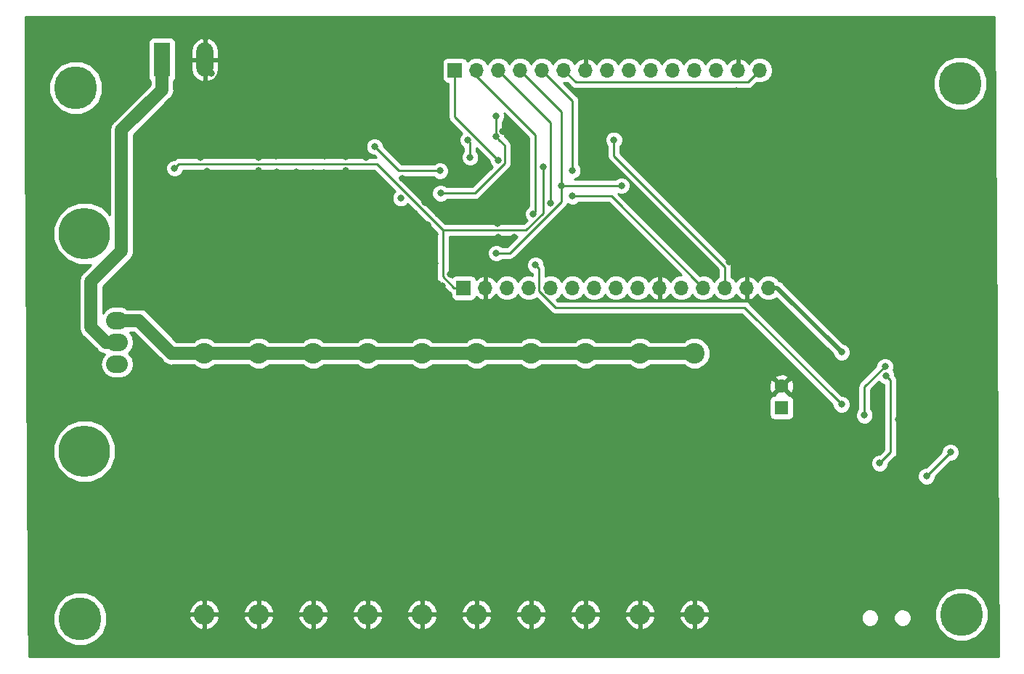
<source format=gbl>
G04 #@! TF.GenerationSoftware,KiCad,Pcbnew,5.0.2-bee76a0~70~ubuntu18.04.1*
G04 #@! TF.CreationDate,2018-12-20T01:39:58+01:00*
G04 #@! TF.ProjectId,eload,656c6f61-642e-46b6-9963-61645f706362,rev?*
G04 #@! TF.SameCoordinates,Original*
G04 #@! TF.FileFunction,Copper,L2,Bot*
G04 #@! TF.FilePolarity,Positive*
%FSLAX46Y46*%
G04 Gerber Fmt 4.6, Leading zero omitted, Abs format (unit mm)*
G04 Created by KiCad (PCBNEW 5.0.2-bee76a0~70~ubuntu18.04.1) date Do 20 Dez 2018 01:39:58 CET*
%MOMM*%
%LPD*%
G01*
G04 APERTURE LIST*
G04 #@! TA.AperFunction,ComponentPad*
%ADD10O,2.400000X2.400000*%
G04 #@! TD*
G04 #@! TA.AperFunction,ComponentPad*
%ADD11C,2.400000*%
G04 #@! TD*
G04 #@! TA.AperFunction,ComponentPad*
%ADD12C,5.999480*%
G04 #@! TD*
G04 #@! TA.AperFunction,ComponentPad*
%ADD13R,1.700000X1.700000*%
G04 #@! TD*
G04 #@! TA.AperFunction,ComponentPad*
%ADD14O,1.700000X1.700000*%
G04 #@! TD*
G04 #@! TA.AperFunction,ComponentPad*
%ADD15O,1.980000X3.960000*%
G04 #@! TD*
G04 #@! TA.AperFunction,ComponentPad*
%ADD16R,1.980000X3.960000*%
G04 #@! TD*
G04 #@! TA.AperFunction,ComponentPad*
%ADD17O,2.540000X2.032000*%
G04 #@! TD*
G04 #@! TA.AperFunction,ComponentPad*
%ADD18C,1.600000*%
G04 #@! TD*
G04 #@! TA.AperFunction,ComponentPad*
%ADD19R,1.600000X1.600000*%
G04 #@! TD*
G04 #@! TA.AperFunction,ComponentPad*
%ADD20C,0.800000*%
G04 #@! TD*
G04 #@! TA.AperFunction,ComponentPad*
%ADD21C,5.000000*%
G04 #@! TD*
G04 #@! TA.AperFunction,ViaPad*
%ADD22C,0.800000*%
G04 #@! TD*
G04 #@! TA.AperFunction,Conductor*
%ADD23C,0.250000*%
G04 #@! TD*
G04 #@! TA.AperFunction,Conductor*
%ADD24C,0.500000*%
G04 #@! TD*
G04 #@! TA.AperFunction,Conductor*
%ADD25C,1.500000*%
G04 #@! TD*
G04 #@! TA.AperFunction,Conductor*
%ADD26C,0.254000*%
G04 #@! TD*
G04 APERTURE END LIST*
D10*
G04 #@! TO.P,R508,2*
G04 #@! TO.N,GND*
X107950000Y-147320000D03*
D11*
G04 #@! TO.P,R508,1*
G04 #@! TO.N,Net-(Q501-Pad3)*
X107950000Y-116840000D03*
G04 #@! TD*
D12*
G04 #@! TO.P,HS501,1*
G04 #@! TO.N,N/C*
X68580000Y-128270000D03*
X68580000Y-102870000D03*
G04 #@! TD*
D13*
G04 #@! TO.P,J201,1*
G04 #@! TO.N,/OPAMPS and MOSFET/ADC_OUT*
X112776000Y-109220000D03*
D14*
G04 #@! TO.P,J201,2*
G04 #@! TO.N,GND*
X115316000Y-109220000D03*
G04 #@! TO.P,J201,3*
G04 #@! TO.N,+3V3*
X117856000Y-109220000D03*
G04 #@! TO.P,J201,4*
G04 #@! TO.N,/ESP8266-E12/GPIO10*
X120396000Y-109220000D03*
G04 #@! TO.P,J201,5*
G04 #@! TO.N,/ESP8266-E12/GPIO9*
X122936000Y-109220000D03*
G04 #@! TO.P,J201,6*
G04 #@! TO.N,/ESP8266-E12/GPIO11*
X125476000Y-109220000D03*
G04 #@! TO.P,J201,7*
G04 #@! TO.N,/ESP8266-E12/GPIO8*
X128016000Y-109220000D03*
G04 #@! TO.P,J201,8*
G04 #@! TO.N,/ESP8266-E12/GPIO7*
X130556000Y-109220000D03*
G04 #@! TO.P,J201,9*
G04 #@! TO.N,/ESP8266-E12/GPIO6*
X133096000Y-109220000D03*
G04 #@! TO.P,J201,10*
G04 #@! TO.N,GND*
X135636000Y-109220000D03*
G04 #@! TO.P,J201,11*
G04 #@! TO.N,+3V3*
X138176000Y-109220000D03*
G04 #@! TO.P,J201,12*
G04 #@! TO.N,/USB to UART/ESP_RESET*
X140716000Y-109220000D03*
G04 #@! TO.P,J201,13*
G04 #@! TO.N,/ESP8266-E12/CH_PD*
X143256000Y-109220000D03*
G04 #@! TO.P,J201,14*
G04 #@! TO.N,GND*
X145796000Y-109220000D03*
G04 #@! TO.P,J201,15*
G04 #@! TO.N,+5V*
X148336000Y-109220000D03*
G04 #@! TD*
G04 #@! TO.P,J202,15*
G04 #@! TO.N,+3V3*
X147320000Y-83820000D03*
G04 #@! TO.P,J202,14*
G04 #@! TO.N,GND*
X144780000Y-83820000D03*
G04 #@! TO.P,J202,13*
G04 #@! TO.N,/ESP8266-E12/ESP_TXD0*
X142240000Y-83820000D03*
G04 #@! TO.P,J202,12*
G04 #@! TO.N,/ESP8266-E12/ESP_RXD0*
X139700000Y-83820000D03*
G04 #@! TO.P,J202,11*
G04 #@! TO.N,/external DAC/DAC_SPI_CS*
X137160000Y-83820000D03*
G04 #@! TO.P,J202,10*
G04 #@! TO.N,/external DAC/DAC_SPI_DI*
X134620000Y-83820000D03*
G04 #@! TO.P,J202,9*
G04 #@! TO.N,/ESP8266-E12/ESP_SPI_MISO*
X132080000Y-83820000D03*
G04 #@! TO.P,J202,8*
G04 #@! TO.N,/external DAC/DAC_SPI_CLK*
X129540000Y-83820000D03*
G04 #@! TO.P,J202,7*
G04 #@! TO.N,GND*
X127000000Y-83820000D03*
G04 #@! TO.P,J202,6*
G04 #@! TO.N,+3V3*
X124460000Y-83820000D03*
G04 #@! TO.P,J202,5*
G04 #@! TO.N,/ESP8266-E12/GPIO2*
X121920000Y-83820000D03*
G04 #@! TO.P,J202,4*
G04 #@! TO.N,/ESP8266-E12/ESP_GPIO0*
X119380000Y-83820000D03*
G04 #@! TO.P,J202,3*
G04 #@! TO.N,/ESP8266-E12/GPIO4*
X116840000Y-83820000D03*
G04 #@! TO.P,J202,2*
G04 #@! TO.N,/ESP8266-E12/GPIO5*
X114300000Y-83820000D03*
D13*
G04 #@! TO.P,J202,1*
G04 #@! TO.N,/ESP8266-E12/GPIO16*
X111760000Y-83820000D03*
G04 #@! TD*
D15*
G04 #@! TO.P,J501,2*
G04 #@! TO.N,GND*
X82622400Y-82600800D03*
D16*
G04 #@! TO.P,J501,1*
G04 #@! TO.N,Net-(J501-Pad1)*
X77622400Y-82600800D03*
G04 #@! TD*
D17*
G04 #@! TO.P,Q501,1*
G04 #@! TO.N,Net-(Q501-Pad1)*
X72390000Y-118110000D03*
G04 #@! TO.P,Q501,3*
G04 #@! TO.N,Net-(Q501-Pad3)*
X72390000Y-113030000D03*
G04 #@! TO.P,Q501,2*
G04 #@! TO.N,Net-(J501-Pad1)*
X72390000Y-115570000D03*
G04 #@! TD*
D11*
G04 #@! TO.P,R505,1*
G04 #@! TO.N,Net-(Q501-Pad3)*
X139700000Y-116840000D03*
D10*
G04 #@! TO.P,R505,2*
G04 #@! TO.N,GND*
X139700000Y-147320000D03*
G04 #@! TD*
G04 #@! TO.P,R506,2*
G04 #@! TO.N,GND*
X82550000Y-147320000D03*
D11*
G04 #@! TO.P,R506,1*
G04 #@! TO.N,Net-(Q501-Pad3)*
X82550000Y-116840000D03*
G04 #@! TD*
G04 #@! TO.P,R507,1*
G04 #@! TO.N,Net-(Q501-Pad3)*
X88900000Y-116840000D03*
D10*
G04 #@! TO.P,R507,2*
G04 #@! TO.N,GND*
X88900000Y-147320000D03*
G04 #@! TD*
D11*
G04 #@! TO.P,R509,1*
G04 #@! TO.N,Net-(Q501-Pad3)*
X114300000Y-116840000D03*
D10*
G04 #@! TO.P,R509,2*
G04 #@! TO.N,GND*
X114300000Y-147320000D03*
G04 #@! TD*
G04 #@! TO.P,R510,2*
G04 #@! TO.N,GND*
X120650000Y-147320000D03*
D11*
G04 #@! TO.P,R510,1*
G04 #@! TO.N,Net-(Q501-Pad3)*
X120650000Y-116840000D03*
G04 #@! TD*
G04 #@! TO.P,R511,1*
G04 #@! TO.N,Net-(Q501-Pad3)*
X95250000Y-116840000D03*
D10*
G04 #@! TO.P,R511,2*
G04 #@! TO.N,GND*
X95250000Y-147320000D03*
G04 #@! TD*
G04 #@! TO.P,R512,2*
G04 #@! TO.N,GND*
X127000000Y-147320000D03*
D11*
G04 #@! TO.P,R512,1*
G04 #@! TO.N,Net-(Q501-Pad3)*
X127000000Y-116840000D03*
G04 #@! TD*
D10*
G04 #@! TO.P,R513,2*
G04 #@! TO.N,GND*
X101600000Y-147320000D03*
D11*
G04 #@! TO.P,R513,1*
G04 #@! TO.N,Net-(Q501-Pad3)*
X101600000Y-116840000D03*
G04 #@! TD*
G04 #@! TO.P,R514,1*
G04 #@! TO.N,Net-(Q501-Pad3)*
X133350000Y-116840000D03*
D10*
G04 #@! TO.P,R514,2*
G04 #@! TO.N,GND*
X133350000Y-147320000D03*
G04 #@! TD*
D18*
G04 #@! TO.P,C404,2*
G04 #@! TO.N,GND*
X149860000Y-120690000D03*
D19*
G04 #@! TO.P,C404,1*
G04 #@! TO.N,+3V3*
X149860000Y-123190000D03*
G04 #@! TD*
D20*
G04 #@! TO.P,H401,1*
G04 #@! TO.N,N/C*
X69397825Y-146502175D03*
X68072000Y-145953000D03*
X66746175Y-146502175D03*
X66197000Y-147828000D03*
X66746175Y-149153825D03*
X68072000Y-149703000D03*
X69397825Y-149153825D03*
X69947000Y-147828000D03*
D21*
X68072000Y-147828000D03*
G04 #@! TD*
D20*
G04 #@! TO.P,H402,1*
G04 #@! TO.N,N/C*
X172170825Y-145994175D03*
X170845000Y-145445000D03*
X169519175Y-145994175D03*
X168970000Y-147320000D03*
X169519175Y-148645825D03*
X170845000Y-149195000D03*
X172170825Y-148645825D03*
X172720000Y-147320000D03*
D21*
X170845000Y-147320000D03*
G04 #@! TD*
G04 #@! TO.P,H403,1*
G04 #@! TO.N,N/C*
X67564000Y-85852000D03*
D20*
X69439000Y-85852000D03*
X68889825Y-87177825D03*
X67564000Y-87727000D03*
X66238175Y-87177825D03*
X65689000Y-85852000D03*
X66238175Y-84526175D03*
X67564000Y-83977000D03*
X68889825Y-84526175D03*
G04 #@! TD*
D21*
G04 #@! TO.P,H404,1*
G04 #@! TO.N,N/C*
X170688000Y-85344000D03*
D20*
X172563000Y-85344000D03*
X172013825Y-86669825D03*
X170688000Y-87219000D03*
X169362175Y-86669825D03*
X168813000Y-85344000D03*
X169362175Y-84018175D03*
X170688000Y-83469000D03*
X172013825Y-84018175D03*
G04 #@! TD*
D22*
G04 #@! TO.N,*
X105460800Y-98755200D03*
G04 #@! TO.N,+3V3*
X116535200Y-89154000D03*
X116535200Y-91541600D03*
X110109000Y-98171000D03*
G04 #@! TO.N,GND*
X101600000Y-106680000D03*
X104140000Y-104648000D03*
X117348000Y-90932000D03*
X164084000Y-121920000D03*
X165608000Y-121412000D03*
X153416000Y-126492000D03*
X152908000Y-124968000D03*
X153416000Y-132588000D03*
X163576000Y-130556000D03*
X88392000Y-102108000D03*
X89916000Y-103124000D03*
X96215200Y-99415600D03*
X91846400Y-102108000D03*
X94335600Y-100888800D03*
X93472000Y-105664000D03*
X95504000Y-105664000D03*
X97028000Y-105664000D03*
X97028000Y-107696000D03*
X82296000Y-105156000D03*
X85852000Y-107188000D03*
X84328000Y-106172000D03*
X81280000Y-111252000D03*
X84328000Y-111252000D03*
X87376000Y-111252000D03*
X89916000Y-110236000D03*
X82804000Y-113284000D03*
X84328000Y-114300000D03*
X90424000Y-114300000D03*
X93472000Y-112268000D03*
X97028000Y-113284000D03*
X108712000Y-107442000D03*
X107188000Y-103632000D03*
X103124000Y-100584000D03*
X99060000Y-95504000D03*
X91084400Y-88442800D03*
X97536000Y-86868000D03*
X88188800Y-87122000D03*
X81483200Y-87782400D03*
X83362800Y-84175600D03*
X75692000Y-104140000D03*
X81280000Y-120904000D03*
X87376000Y-120396000D03*
X129032000Y-121412000D03*
X103632000Y-119380000D03*
X78740000Y-133096000D03*
X81788000Y-140208000D03*
X91948000Y-134620000D03*
X92964000Y-129540000D03*
X77724000Y-144780000D03*
X85852000Y-150876000D03*
X99568000Y-150368000D03*
X102616000Y-141732000D03*
X111252000Y-150876000D03*
X114300000Y-138176000D03*
X107696000Y-133604000D03*
X128016000Y-137160000D03*
X97536000Y-132588000D03*
X84836000Y-129540000D03*
X92456000Y-140716000D03*
X120904000Y-140716000D03*
X133096000Y-143256000D03*
X138684000Y-142748000D03*
X122936000Y-150876000D03*
X130556000Y-150876000D03*
X137668000Y-150368000D03*
X146050000Y-150368000D03*
X140716000Y-131064000D03*
X134112000Y-124968000D03*
X173228000Y-143256000D03*
X174244000Y-134112000D03*
X174244000Y-126492000D03*
X173736000Y-123952000D03*
X173228000Y-118364000D03*
X146304000Y-115824000D03*
X149352000Y-111760000D03*
X144272000Y-113792000D03*
X143764000Y-106172000D03*
X139700000Y-105664000D03*
X138684000Y-103632000D03*
X173228000Y-111760000D03*
X168656000Y-107696000D03*
X163576000Y-102616000D03*
X158496000Y-99568000D03*
X169672000Y-97536000D03*
X152400000Y-89916000D03*
X148336000Y-86868000D03*
X152400000Y-83312000D03*
X159512000Y-83312000D03*
X163576000Y-86868000D03*
X167132000Y-89408000D03*
X172212000Y-90424000D03*
X172720000Y-104648000D03*
X74676000Y-150368000D03*
X74676000Y-128778000D03*
X119888000Y-114300000D03*
X109728000Y-87884000D03*
X106172000Y-87884000D03*
X102616000Y-86868000D03*
X100076000Y-84328000D03*
X158496000Y-89916000D03*
X142240000Y-135128000D03*
X94488000Y-108204000D03*
X168656000Y-142748000D03*
X155702000Y-127762004D03*
X113792000Y-129032000D03*
X120904000Y-133096000D03*
X68834000Y-91948000D03*
X64770000Y-97790000D03*
X157099000Y-143383000D03*
X154432000Y-139954000D03*
X151130000Y-142621000D03*
X146050000Y-141859000D03*
X145542000Y-129032000D03*
X143764000Y-121412000D03*
X137414000Y-113284000D03*
X130810000Y-113284000D03*
X124968000Y-113411000D03*
X116078000Y-112522000D03*
X106426000Y-112522000D03*
X92100400Y-98145600D03*
X93827600Y-84836000D03*
X155448000Y-93980000D03*
X164084000Y-94742000D03*
X163322000Y-137922000D03*
X121412000Y-122936000D03*
X100330000Y-125476000D03*
X75692000Y-146812000D03*
X168656000Y-101600000D03*
X164338000Y-134493000D03*
X160147000Y-137795000D03*
X150622000Y-133858000D03*
X109728000Y-112014000D03*
X82092800Y-94030800D03*
X76454000Y-99314000D03*
X79248000Y-105156000D03*
X166878000Y-125995000D03*
X163449000Y-124587000D03*
X167005000Y-124460000D03*
X161544000Y-132715000D03*
X160147000Y-135128000D03*
X163449000Y-142494000D03*
X163195000Y-136017000D03*
X160147000Y-139954000D03*
X163195000Y-139954000D03*
X160147000Y-142367000D03*
X160147000Y-145288000D03*
X163352480Y-145288000D03*
X151003000Y-145288000D03*
X146050000Y-146939000D03*
X154686000Y-150749000D03*
X166624000Y-147066000D03*
X167767000Y-137922000D03*
X161290000Y-121793000D03*
X144780000Y-90170000D03*
X148336000Y-103632000D03*
X155702000Y-108204000D03*
X150114000Y-95250000D03*
X134366000Y-95377000D03*
X133096000Y-99187000D03*
X129032000Y-100076000D03*
X142240000Y-87503000D03*
X138049000Y-91440000D03*
X140462000Y-95758000D03*
X152908000Y-99568000D03*
X161544000Y-108585000D03*
X152400000Y-114808000D03*
X154559000Y-117856000D03*
X154686000Y-112141000D03*
X149479000Y-105664000D03*
X147320000Y-107188000D03*
X146050000Y-101600000D03*
X143383000Y-103378000D03*
X141605000Y-99822000D03*
X140462000Y-102362000D03*
X136906000Y-102489000D03*
X134366000Y-99949000D03*
X159639000Y-129921000D03*
X160782000Y-126238000D03*
X169545000Y-126873000D03*
X169545000Y-124333000D03*
X169545000Y-121920000D03*
X166624000Y-134620000D03*
X173355000Y-137922000D03*
X149860000Y-132207000D03*
X154178000Y-135890000D03*
X149860000Y-125095000D03*
X64516000Y-94361000D03*
X64516000Y-103124000D03*
X75311000Y-94996000D03*
X65024000Y-89408000D03*
X63373000Y-130429000D03*
X64897000Y-132080000D03*
X66675000Y-133858000D03*
X71247000Y-132715000D03*
X69088000Y-132842000D03*
X73406000Y-130048000D03*
X62992000Y-108458000D03*
X65024000Y-109982000D03*
X67056000Y-108458000D03*
X62992000Y-112014000D03*
X67056000Y-112014000D03*
X65024000Y-114046000D03*
X62992000Y-115570000D03*
X67056000Y-115570000D03*
X65024000Y-117602000D03*
X62992000Y-119126000D03*
X67056000Y-119126000D03*
X65024000Y-120650000D03*
X62992000Y-122174000D03*
X67056000Y-122174000D03*
X68580000Y-120650000D03*
X70104000Y-122174000D03*
X70104000Y-119634000D03*
X65024000Y-124206000D03*
X62992000Y-125730000D03*
X62992000Y-128778000D03*
X68580000Y-124206000D03*
X71628000Y-124206000D03*
X71628000Y-120650000D03*
X73660000Y-122174000D03*
X73660000Y-120142000D03*
X74676000Y-124206000D03*
X75692000Y-119126000D03*
X77470000Y-113030000D03*
X77216000Y-110998000D03*
X71628000Y-110490000D03*
X73660000Y-108966000D03*
X74168000Y-106426000D03*
X76708000Y-105918000D03*
X74676000Y-103378000D03*
X65024000Y-106426000D03*
X62992000Y-104394000D03*
X62992000Y-100838000D03*
X62992000Y-97790000D03*
X65024000Y-99314000D03*
X66548000Y-97790000D03*
X69596000Y-97790000D03*
X70612000Y-99314000D03*
X68072000Y-98806000D03*
X74676000Y-100330000D03*
X76200000Y-96520000D03*
X67310000Y-95250000D03*
X76708000Y-103378000D03*
X76200000Y-98298000D03*
X79248000Y-107696000D03*
X73152000Y-126238000D03*
X74168000Y-132842000D03*
X63500000Y-134366000D03*
X82296000Y-125476000D03*
X88900000Y-125476000D03*
X94996000Y-124968000D03*
X108204000Y-124968000D03*
X114808000Y-124968000D03*
X120904000Y-125476000D03*
X127000000Y-124968000D03*
X140208000Y-124968000D03*
X88392000Y-139192000D03*
X94996000Y-138684000D03*
X102108000Y-138684000D03*
X107696000Y-138684000D03*
X133604000Y-137668000D03*
X140208000Y-138176000D03*
X133096000Y-130048000D03*
X127000000Y-130048000D03*
X120904000Y-130048000D03*
X108204000Y-130556000D03*
X101600000Y-130556000D03*
X88900000Y-131064000D03*
X82804000Y-132080000D03*
X82296000Y-135636000D03*
X113792000Y-141732000D03*
X127000000Y-142240000D03*
X114300000Y-134620000D03*
X114300000Y-120904000D03*
X94589600Y-89966800D03*
X105664000Y-89408000D03*
X95199200Y-95758000D03*
X155448000Y-103124000D03*
X82905600Y-95605600D03*
X88900000Y-95504000D03*
X88900000Y-93980000D03*
X90982800Y-95656400D03*
X90932000Y-93827600D03*
X93268800Y-93776800D03*
X93319600Y-95707200D03*
X96570800Y-93827600D03*
X96520000Y-95808800D03*
X99060000Y-93929200D03*
X101447600Y-93980000D03*
X105613200Y-96469200D03*
X106832400Y-97586800D03*
X107086400Y-100533200D03*
X108305600Y-99212400D03*
X108610400Y-101904800D03*
X109778800Y-100584000D03*
X109474000Y-102971600D03*
X111252000Y-107645200D03*
X110337600Y-109016800D03*
X109474000Y-106375200D03*
X116738400Y-101701600D03*
X116840000Y-103327200D03*
X118668800Y-103327200D03*
X106324400Y-94386400D03*
X118465600Y-106426000D03*
X132080000Y-106476800D03*
X135788400Y-106426000D03*
X144627600Y-86207600D03*
X74930000Y-137160000D03*
X67310000Y-140970000D03*
X72390000Y-143510000D03*
X63500000Y-144780000D03*
X74930000Y-142240000D03*
X68580000Y-93980000D03*
X69850000Y-88900000D03*
X66040000Y-91440000D03*
X72390000Y-85090000D03*
X69850000Y-81280000D03*
X66040000Y-80010000D03*
X63500000Y-82550000D03*
X90170000Y-83820000D03*
X95250000Y-80010000D03*
X102870000Y-80010000D03*
X68580000Y-137160000D03*
X72390000Y-139700000D03*
G04 #@! TO.N,Net-(C301-Pad1)*
X166751000Y-131191000D03*
X169545000Y-128397000D03*
G04 #@! TO.N,+5V*
X156845000Y-116713000D03*
G04 #@! TO.N,Net-(D201-Pad2)*
X113537998Y-93983999D03*
X113284000Y-91948000D03*
G04 #@! TO.N,/ESP8266-E12/GPIO16*
X116840000Y-94345001D03*
G04 #@! TO.N,/OPAMPS and MOSFET/ADC_OUT*
X122047000Y-95070001D03*
X79095600Y-95250000D03*
G04 #@! TO.N,/USB to UART/ESP_RESET*
X125464998Y-98515002D03*
G04 #@! TO.N,/ESP8266-E12/CH_PD*
X130310000Y-91940000D03*
G04 #@! TO.N,/ESP8266-E12/GPIO2*
X125476000Y-95504000D03*
G04 #@! TO.N,/ESP8266-E12/ESP_GPIO0*
X124206002Y-97282000D03*
X131191000Y-97282000D03*
X116586000Y-105156000D03*
X124206002Y-97282000D03*
G04 #@! TO.N,/ESP8266-E12/GPIO4*
X122935984Y-99314000D03*
G04 #@! TO.N,/ESP8266-E12/GPIO5*
X120904000Y-100584000D03*
G04 #@! TO.N,/USB to UART/RTS*
X159512000Y-124079000D03*
X161925000Y-118364000D03*
G04 #@! TO.N,Net-(R202-Pad2)*
X102412800Y-92710000D03*
X110032800Y-95554800D03*
G04 #@! TO.N,Net-(R303-Pad2)*
X161290000Y-129667000D03*
X162052000Y-119507000D03*
G04 #@! TO.N,/ESP8266-E12/ESP_RXD0*
X156845000Y-122809000D03*
X121158000Y-106553000D03*
G04 #@! TD*
D23*
G04 #@! TO.N,+3V3*
X116535200Y-89154000D02*
X116535200Y-91541600D01*
X110109000Y-98171000D02*
X114087003Y-98171000D01*
X114087003Y-98171000D02*
X117565001Y-94693002D01*
X117565001Y-92571401D02*
X116935199Y-91941599D01*
X117565001Y-94693002D02*
X117565001Y-92571401D01*
X116935199Y-91941599D02*
X116535200Y-91541600D01*
X146470001Y-84669999D02*
X147320000Y-83820000D01*
X145923000Y-85217000D02*
X146470001Y-84669999D01*
X124460000Y-83820000D02*
X125857000Y-85217000D01*
X125857000Y-85217000D02*
X145923000Y-85217000D01*
G04 #@! TO.N,Net-(C301-Pad1)*
X166751000Y-131191000D02*
X169545000Y-128397000D01*
D24*
G04 #@! TO.N,+5V*
X149352000Y-109220000D02*
X148336000Y-109220000D01*
X156845000Y-116713000D02*
X149352000Y-109220000D01*
D23*
G04 #@! TO.N,Net-(D201-Pad2)*
X113537998Y-93983999D02*
X113537998Y-92201998D01*
X113537998Y-92201998D02*
X113284000Y-91948000D01*
G04 #@! TO.N,/ESP8266-E12/GPIO16*
X111760000Y-89265001D02*
X116840000Y-94345001D01*
X111760000Y-83820000D02*
X111760000Y-89265001D01*
G04 #@! TO.N,/OPAMPS and MOSFET/ADC_OUT*
X110363000Y-102489000D02*
X106807000Y-98933000D01*
X122047000Y-95070001D02*
X122047000Y-100514002D01*
X120072002Y-102489000D02*
X110363000Y-102489000D01*
X122047000Y-100514002D02*
X120072002Y-102489000D01*
X110363000Y-107907000D02*
X110363000Y-102489000D01*
X111676000Y-109220000D02*
X110363000Y-107907000D01*
X112776000Y-109220000D02*
X111676000Y-109220000D01*
X79566601Y-94778999D02*
X102652999Y-94778999D01*
X102652999Y-94778999D02*
X106807000Y-98933000D01*
X79095600Y-95250000D02*
X79566601Y-94778999D01*
G04 #@! TO.N,/USB to UART/ESP_RESET*
X140716000Y-109220000D02*
X130011002Y-98515002D01*
X130011002Y-98515002D02*
X125464998Y-98515002D01*
G04 #@! TO.N,/ESP8266-E12/CH_PD*
X130310000Y-93791002D02*
X130310000Y-91940000D01*
X143256000Y-106737002D02*
X130310000Y-93791002D01*
X143256000Y-109220000D02*
X143256000Y-106737002D01*
G04 #@! TO.N,/ESP8266-E12/GPIO2*
X121920000Y-83820000D02*
X125476000Y-87376000D01*
X125476000Y-87376000D02*
X125476000Y-95504000D01*
G04 #@! TO.N,/ESP8266-E12/ESP_GPIO0*
X119380000Y-83820000D02*
X124206002Y-88646002D01*
X124206002Y-96716315D02*
X124206002Y-97282000D01*
X124206002Y-88646002D02*
X124206002Y-96716315D01*
X131191000Y-97282000D02*
X124206002Y-97282000D01*
X124206002Y-97847685D02*
X124206002Y-97282000D01*
X124206002Y-99116984D02*
X124206002Y-97847685D01*
X118166986Y-105156000D02*
X124206002Y-99116984D01*
X116586000Y-105156000D02*
X118166986Y-105156000D01*
G04 #@! TO.N,/ESP8266-E12/GPIO4*
X116840000Y-83820000D02*
X122935984Y-89915984D01*
X122935984Y-98748315D02*
X122935984Y-99314000D01*
X122935984Y-89915984D02*
X122935984Y-98748315D01*
G04 #@! TO.N,/ESP8266-E12/GPIO5*
X121158000Y-100330000D02*
X120904000Y-100584000D01*
X121158000Y-91440000D02*
X121158000Y-100330000D01*
X114300000Y-84514081D02*
X121158000Y-91372081D01*
X114300000Y-83820000D02*
X114300000Y-84514081D01*
D25*
G04 #@! TO.N,Net-(J501-Pad1)*
X77622400Y-86080800D02*
X77622400Y-82600800D01*
X71120000Y-115570000D02*
X69342000Y-113792000D01*
X72390000Y-115570000D02*
X71120000Y-115570000D01*
X69342000Y-108458000D02*
X72898000Y-104902000D01*
X72898000Y-104902000D02*
X72898000Y-90805200D01*
X69342000Y-113792000D02*
X69342000Y-108458000D01*
X72898000Y-90805200D02*
X77622400Y-86080800D01*
D23*
G04 #@! TO.N,/USB to UART/RTS*
X159512000Y-124079000D02*
X159512000Y-120777000D01*
X159512000Y-120777000D02*
X161925000Y-118364000D01*
D25*
G04 #@! TO.N,Net-(Q501-Pad3)*
X82550000Y-116840000D02*
X85852000Y-116840000D01*
X91948000Y-116840000D02*
X98552000Y-116840000D01*
X85852000Y-116840000D02*
X91948000Y-116840000D01*
X117856000Y-116840000D02*
X123952000Y-116840000D01*
X123952000Y-116840000D02*
X139700000Y-116840000D01*
X98552000Y-116840000D02*
X104647998Y-116840000D01*
X104647998Y-116840000D02*
X104648000Y-116840002D01*
X117856000Y-116840000D02*
X104648002Y-116840000D01*
X104648002Y-116840000D02*
X104648000Y-116840002D01*
X82550000Y-116840000D02*
X78740000Y-116840000D01*
X74930000Y-113030000D02*
X72390000Y-113030000D01*
X78740000Y-116840000D02*
X74930000Y-113030000D01*
D23*
G04 #@! TO.N,Net-(R202-Pad2)*
X102412800Y-92710000D02*
X105257600Y-95554800D01*
X105257600Y-95554800D02*
X110032800Y-95554800D01*
G04 #@! TO.N,Net-(R303-Pad2)*
X161290000Y-129667000D02*
X162560000Y-128397000D01*
X162560000Y-128397000D02*
X162560000Y-120015000D01*
X162560000Y-120015000D02*
X162052000Y-119507000D01*
G04 #@! TO.N,/ESP8266-E12/ESP_RXD0*
X121557999Y-106952999D02*
X121158000Y-106553000D01*
X121571001Y-106966001D02*
X121557999Y-106952999D01*
X121571001Y-109594003D02*
X121571001Y-106966001D01*
X123482998Y-111506000D02*
X121571001Y-109594003D01*
X145542000Y-111506000D02*
X123482998Y-111506000D01*
X156845000Y-122809000D02*
X145542000Y-111506000D01*
G04 #@! TD*
D26*
G04 #@! TO.N,GND*
G36*
X175132136Y-152273000D02*
X62102142Y-152273000D01*
X62067779Y-147204410D01*
X64937000Y-147204410D01*
X64937000Y-148451590D01*
X65414276Y-149603835D01*
X66296165Y-150485724D01*
X67448410Y-150963000D01*
X68695590Y-150963000D01*
X69847835Y-150485724D01*
X70729724Y-149603835D01*
X71207000Y-148451590D01*
X71207000Y-147731807D01*
X80761797Y-147731807D01*
X81055508Y-148384776D01*
X81576742Y-148875642D01*
X82138195Y-149108195D01*
X82423000Y-148991432D01*
X82423000Y-147447000D01*
X82677000Y-147447000D01*
X82677000Y-148991432D01*
X82961805Y-149108195D01*
X83523258Y-148875642D01*
X84044492Y-148384776D01*
X84338203Y-147731807D01*
X87111797Y-147731807D01*
X87405508Y-148384776D01*
X87926742Y-148875642D01*
X88488195Y-149108195D01*
X88773000Y-148991432D01*
X88773000Y-147447000D01*
X89027000Y-147447000D01*
X89027000Y-148991432D01*
X89311805Y-149108195D01*
X89873258Y-148875642D01*
X90394492Y-148384776D01*
X90688203Y-147731807D01*
X93461797Y-147731807D01*
X93755508Y-148384776D01*
X94276742Y-148875642D01*
X94838195Y-149108195D01*
X95123000Y-148991432D01*
X95123000Y-147447000D01*
X95377000Y-147447000D01*
X95377000Y-148991432D01*
X95661805Y-149108195D01*
X96223258Y-148875642D01*
X96744492Y-148384776D01*
X97038203Y-147731807D01*
X99811797Y-147731807D01*
X100105508Y-148384776D01*
X100626742Y-148875642D01*
X101188195Y-149108195D01*
X101473000Y-148991432D01*
X101473000Y-147447000D01*
X101727000Y-147447000D01*
X101727000Y-148991432D01*
X102011805Y-149108195D01*
X102573258Y-148875642D01*
X103094492Y-148384776D01*
X103388203Y-147731807D01*
X106161797Y-147731807D01*
X106455508Y-148384776D01*
X106976742Y-148875642D01*
X107538195Y-149108195D01*
X107823000Y-148991432D01*
X107823000Y-147447000D01*
X108077000Y-147447000D01*
X108077000Y-148991432D01*
X108361805Y-149108195D01*
X108923258Y-148875642D01*
X109444492Y-148384776D01*
X109738203Y-147731807D01*
X112511797Y-147731807D01*
X112805508Y-148384776D01*
X113326742Y-148875642D01*
X113888195Y-149108195D01*
X114173000Y-148991432D01*
X114173000Y-147447000D01*
X114427000Y-147447000D01*
X114427000Y-148991432D01*
X114711805Y-149108195D01*
X115273258Y-148875642D01*
X115794492Y-148384776D01*
X116088203Y-147731807D01*
X118861797Y-147731807D01*
X119155508Y-148384776D01*
X119676742Y-148875642D01*
X120238195Y-149108195D01*
X120523000Y-148991432D01*
X120523000Y-147447000D01*
X120777000Y-147447000D01*
X120777000Y-148991432D01*
X121061805Y-149108195D01*
X121623258Y-148875642D01*
X122144492Y-148384776D01*
X122438203Y-147731807D01*
X125211797Y-147731807D01*
X125505508Y-148384776D01*
X126026742Y-148875642D01*
X126588195Y-149108195D01*
X126873000Y-148991432D01*
X126873000Y-147447000D01*
X127127000Y-147447000D01*
X127127000Y-148991432D01*
X127411805Y-149108195D01*
X127973258Y-148875642D01*
X128494492Y-148384776D01*
X128788203Y-147731807D01*
X131561797Y-147731807D01*
X131855508Y-148384776D01*
X132376742Y-148875642D01*
X132938195Y-149108195D01*
X133223000Y-148991432D01*
X133223000Y-147447000D01*
X133477000Y-147447000D01*
X133477000Y-148991432D01*
X133761805Y-149108195D01*
X134323258Y-148875642D01*
X134844492Y-148384776D01*
X135138203Y-147731807D01*
X137911797Y-147731807D01*
X138205508Y-148384776D01*
X138726742Y-148875642D01*
X139288195Y-149108195D01*
X139573000Y-148991432D01*
X139573000Y-147447000D01*
X139827000Y-147447000D01*
X139827000Y-148991432D01*
X140111805Y-149108195D01*
X140673258Y-148875642D01*
X141194492Y-148384776D01*
X141488203Y-147731807D01*
X141395767Y-147505528D01*
X159118300Y-147505528D01*
X159118300Y-147916792D01*
X159275684Y-148296749D01*
X159566491Y-148587556D01*
X159946448Y-148744940D01*
X160357712Y-148744940D01*
X160737669Y-148587556D01*
X161028476Y-148296749D01*
X161185860Y-147916792D01*
X161185860Y-147508068D01*
X162915600Y-147508068D01*
X162915600Y-147919332D01*
X163072984Y-148299289D01*
X163363791Y-148590096D01*
X163743748Y-148747480D01*
X164155012Y-148747480D01*
X164534969Y-148590096D01*
X164825776Y-148299289D01*
X164983160Y-147919332D01*
X164983160Y-147508068D01*
X164825776Y-147128111D01*
X164534969Y-146837304D01*
X164194823Y-146696410D01*
X167710000Y-146696410D01*
X167710000Y-147943590D01*
X168187276Y-149095835D01*
X169069165Y-149977724D01*
X170221410Y-150455000D01*
X171468590Y-150455000D01*
X172620835Y-149977724D01*
X173502724Y-149095835D01*
X173980000Y-147943590D01*
X173980000Y-146696410D01*
X173502724Y-145544165D01*
X172620835Y-144662276D01*
X171468590Y-144185000D01*
X170221410Y-144185000D01*
X169069165Y-144662276D01*
X168187276Y-145544165D01*
X167710000Y-146696410D01*
X164194823Y-146696410D01*
X164155012Y-146679920D01*
X163743748Y-146679920D01*
X163363791Y-146837304D01*
X163072984Y-147128111D01*
X162915600Y-147508068D01*
X161185860Y-147508068D01*
X161185860Y-147505528D01*
X161028476Y-147125571D01*
X160737669Y-146834764D01*
X160357712Y-146677380D01*
X159946448Y-146677380D01*
X159566491Y-146834764D01*
X159275684Y-147125571D01*
X159118300Y-147505528D01*
X141395767Y-147505528D01*
X141371858Y-147447000D01*
X139827000Y-147447000D01*
X139573000Y-147447000D01*
X138028142Y-147447000D01*
X137911797Y-147731807D01*
X135138203Y-147731807D01*
X135021858Y-147447000D01*
X133477000Y-147447000D01*
X133223000Y-147447000D01*
X131678142Y-147447000D01*
X131561797Y-147731807D01*
X128788203Y-147731807D01*
X128671858Y-147447000D01*
X127127000Y-147447000D01*
X126873000Y-147447000D01*
X125328142Y-147447000D01*
X125211797Y-147731807D01*
X122438203Y-147731807D01*
X122321858Y-147447000D01*
X120777000Y-147447000D01*
X120523000Y-147447000D01*
X118978142Y-147447000D01*
X118861797Y-147731807D01*
X116088203Y-147731807D01*
X115971858Y-147447000D01*
X114427000Y-147447000D01*
X114173000Y-147447000D01*
X112628142Y-147447000D01*
X112511797Y-147731807D01*
X109738203Y-147731807D01*
X109621858Y-147447000D01*
X108077000Y-147447000D01*
X107823000Y-147447000D01*
X106278142Y-147447000D01*
X106161797Y-147731807D01*
X103388203Y-147731807D01*
X103271858Y-147447000D01*
X101727000Y-147447000D01*
X101473000Y-147447000D01*
X99928142Y-147447000D01*
X99811797Y-147731807D01*
X97038203Y-147731807D01*
X96921858Y-147447000D01*
X95377000Y-147447000D01*
X95123000Y-147447000D01*
X93578142Y-147447000D01*
X93461797Y-147731807D01*
X90688203Y-147731807D01*
X90571858Y-147447000D01*
X89027000Y-147447000D01*
X88773000Y-147447000D01*
X87228142Y-147447000D01*
X87111797Y-147731807D01*
X84338203Y-147731807D01*
X84221858Y-147447000D01*
X82677000Y-147447000D01*
X82423000Y-147447000D01*
X80878142Y-147447000D01*
X80761797Y-147731807D01*
X71207000Y-147731807D01*
X71207000Y-147204410D01*
X71084303Y-146908193D01*
X80761797Y-146908193D01*
X80878142Y-147193000D01*
X82423000Y-147193000D01*
X82423000Y-145648568D01*
X82677000Y-145648568D01*
X82677000Y-147193000D01*
X84221858Y-147193000D01*
X84338203Y-146908193D01*
X87111797Y-146908193D01*
X87228142Y-147193000D01*
X88773000Y-147193000D01*
X88773000Y-145648568D01*
X89027000Y-145648568D01*
X89027000Y-147193000D01*
X90571858Y-147193000D01*
X90688203Y-146908193D01*
X93461797Y-146908193D01*
X93578142Y-147193000D01*
X95123000Y-147193000D01*
X95123000Y-145648568D01*
X95377000Y-145648568D01*
X95377000Y-147193000D01*
X96921858Y-147193000D01*
X97038203Y-146908193D01*
X99811797Y-146908193D01*
X99928142Y-147193000D01*
X101473000Y-147193000D01*
X101473000Y-145648568D01*
X101727000Y-145648568D01*
X101727000Y-147193000D01*
X103271858Y-147193000D01*
X103388203Y-146908193D01*
X106161797Y-146908193D01*
X106278142Y-147193000D01*
X107823000Y-147193000D01*
X107823000Y-145648568D01*
X108077000Y-145648568D01*
X108077000Y-147193000D01*
X109621858Y-147193000D01*
X109738203Y-146908193D01*
X112511797Y-146908193D01*
X112628142Y-147193000D01*
X114173000Y-147193000D01*
X114173000Y-145648568D01*
X114427000Y-145648568D01*
X114427000Y-147193000D01*
X115971858Y-147193000D01*
X116088203Y-146908193D01*
X118861797Y-146908193D01*
X118978142Y-147193000D01*
X120523000Y-147193000D01*
X120523000Y-145648568D01*
X120777000Y-145648568D01*
X120777000Y-147193000D01*
X122321858Y-147193000D01*
X122438203Y-146908193D01*
X125211797Y-146908193D01*
X125328142Y-147193000D01*
X126873000Y-147193000D01*
X126873000Y-145648568D01*
X127127000Y-145648568D01*
X127127000Y-147193000D01*
X128671858Y-147193000D01*
X128788203Y-146908193D01*
X131561797Y-146908193D01*
X131678142Y-147193000D01*
X133223000Y-147193000D01*
X133223000Y-145648568D01*
X133477000Y-145648568D01*
X133477000Y-147193000D01*
X135021858Y-147193000D01*
X135138203Y-146908193D01*
X137911797Y-146908193D01*
X138028142Y-147193000D01*
X139573000Y-147193000D01*
X139573000Y-145648568D01*
X139827000Y-145648568D01*
X139827000Y-147193000D01*
X141371858Y-147193000D01*
X141488203Y-146908193D01*
X141194492Y-146255224D01*
X140673258Y-145764358D01*
X140111805Y-145531805D01*
X139827000Y-145648568D01*
X139573000Y-145648568D01*
X139288195Y-145531805D01*
X138726742Y-145764358D01*
X138205508Y-146255224D01*
X137911797Y-146908193D01*
X135138203Y-146908193D01*
X134844492Y-146255224D01*
X134323258Y-145764358D01*
X133761805Y-145531805D01*
X133477000Y-145648568D01*
X133223000Y-145648568D01*
X132938195Y-145531805D01*
X132376742Y-145764358D01*
X131855508Y-146255224D01*
X131561797Y-146908193D01*
X128788203Y-146908193D01*
X128494492Y-146255224D01*
X127973258Y-145764358D01*
X127411805Y-145531805D01*
X127127000Y-145648568D01*
X126873000Y-145648568D01*
X126588195Y-145531805D01*
X126026742Y-145764358D01*
X125505508Y-146255224D01*
X125211797Y-146908193D01*
X122438203Y-146908193D01*
X122144492Y-146255224D01*
X121623258Y-145764358D01*
X121061805Y-145531805D01*
X120777000Y-145648568D01*
X120523000Y-145648568D01*
X120238195Y-145531805D01*
X119676742Y-145764358D01*
X119155508Y-146255224D01*
X118861797Y-146908193D01*
X116088203Y-146908193D01*
X115794492Y-146255224D01*
X115273258Y-145764358D01*
X114711805Y-145531805D01*
X114427000Y-145648568D01*
X114173000Y-145648568D01*
X113888195Y-145531805D01*
X113326742Y-145764358D01*
X112805508Y-146255224D01*
X112511797Y-146908193D01*
X109738203Y-146908193D01*
X109444492Y-146255224D01*
X108923258Y-145764358D01*
X108361805Y-145531805D01*
X108077000Y-145648568D01*
X107823000Y-145648568D01*
X107538195Y-145531805D01*
X106976742Y-145764358D01*
X106455508Y-146255224D01*
X106161797Y-146908193D01*
X103388203Y-146908193D01*
X103094492Y-146255224D01*
X102573258Y-145764358D01*
X102011805Y-145531805D01*
X101727000Y-145648568D01*
X101473000Y-145648568D01*
X101188195Y-145531805D01*
X100626742Y-145764358D01*
X100105508Y-146255224D01*
X99811797Y-146908193D01*
X97038203Y-146908193D01*
X96744492Y-146255224D01*
X96223258Y-145764358D01*
X95661805Y-145531805D01*
X95377000Y-145648568D01*
X95123000Y-145648568D01*
X94838195Y-145531805D01*
X94276742Y-145764358D01*
X93755508Y-146255224D01*
X93461797Y-146908193D01*
X90688203Y-146908193D01*
X90394492Y-146255224D01*
X89873258Y-145764358D01*
X89311805Y-145531805D01*
X89027000Y-145648568D01*
X88773000Y-145648568D01*
X88488195Y-145531805D01*
X87926742Y-145764358D01*
X87405508Y-146255224D01*
X87111797Y-146908193D01*
X84338203Y-146908193D01*
X84044492Y-146255224D01*
X83523258Y-145764358D01*
X82961805Y-145531805D01*
X82677000Y-145648568D01*
X82423000Y-145648568D01*
X82138195Y-145531805D01*
X81576742Y-145764358D01*
X81055508Y-146255224D01*
X80761797Y-146908193D01*
X71084303Y-146908193D01*
X70729724Y-146052165D01*
X69847835Y-145170276D01*
X68695590Y-144693000D01*
X67448410Y-144693000D01*
X66296165Y-145170276D01*
X65414276Y-146052165D01*
X64937000Y-147204410D01*
X62067779Y-147204410D01*
X61934509Y-127547005D01*
X64945260Y-127547005D01*
X64945260Y-128992995D01*
X65498616Y-130328915D01*
X66521085Y-131351384D01*
X67857005Y-131904740D01*
X69302995Y-131904740D01*
X70638915Y-131351384D01*
X71005173Y-130985126D01*
X165716000Y-130985126D01*
X165716000Y-131396874D01*
X165873569Y-131777280D01*
X166164720Y-132068431D01*
X166545126Y-132226000D01*
X166956874Y-132226000D01*
X167337280Y-132068431D01*
X167628431Y-131777280D01*
X167786000Y-131396874D01*
X167786000Y-131230801D01*
X169584802Y-129432000D01*
X169750874Y-129432000D01*
X170131280Y-129274431D01*
X170422431Y-128983280D01*
X170580000Y-128602874D01*
X170580000Y-128191126D01*
X170422431Y-127810720D01*
X170131280Y-127519569D01*
X169750874Y-127362000D01*
X169339126Y-127362000D01*
X168958720Y-127519569D01*
X168667569Y-127810720D01*
X168510000Y-128191126D01*
X168510000Y-128357198D01*
X166711199Y-130156000D01*
X166545126Y-130156000D01*
X166164720Y-130313569D01*
X165873569Y-130604720D01*
X165716000Y-130985126D01*
X71005173Y-130985126D01*
X71661384Y-130328915D01*
X72214740Y-128992995D01*
X72214740Y-127547005D01*
X71661384Y-126211085D01*
X70638915Y-125188616D01*
X69302995Y-124635260D01*
X67857005Y-124635260D01*
X66521085Y-125188616D01*
X65498616Y-126211085D01*
X64945260Y-127547005D01*
X61934509Y-127547005D01*
X61899547Y-122390000D01*
X148412560Y-122390000D01*
X148412560Y-123990000D01*
X148461843Y-124237765D01*
X148602191Y-124447809D01*
X148812235Y-124588157D01*
X149060000Y-124637440D01*
X150660000Y-124637440D01*
X150907765Y-124588157D01*
X151117809Y-124447809D01*
X151258157Y-124237765D01*
X151307440Y-123990000D01*
X151307440Y-123873126D01*
X158477000Y-123873126D01*
X158477000Y-124284874D01*
X158634569Y-124665280D01*
X158925720Y-124956431D01*
X159306126Y-125114000D01*
X159717874Y-125114000D01*
X160098280Y-124956431D01*
X160389431Y-124665280D01*
X160547000Y-124284874D01*
X160547000Y-123873126D01*
X160389431Y-123492720D01*
X160272000Y-123375289D01*
X160272000Y-121091801D01*
X161222545Y-120141256D01*
X161465720Y-120384431D01*
X161800001Y-120522894D01*
X161800000Y-128082198D01*
X161250199Y-128632000D01*
X161084126Y-128632000D01*
X160703720Y-128789569D01*
X160412569Y-129080720D01*
X160255000Y-129461126D01*
X160255000Y-129872874D01*
X160412569Y-130253280D01*
X160703720Y-130544431D01*
X161084126Y-130702000D01*
X161495874Y-130702000D01*
X161876280Y-130544431D01*
X162167431Y-130253280D01*
X162325000Y-129872874D01*
X162325000Y-129706801D01*
X163044473Y-128987329D01*
X163107929Y-128944929D01*
X163275904Y-128693537D01*
X163320000Y-128471852D01*
X163320000Y-128471848D01*
X163334888Y-128397001D01*
X163320000Y-128322154D01*
X163320000Y-120089846D01*
X163334888Y-120014999D01*
X163320000Y-119940152D01*
X163320000Y-119940148D01*
X163275904Y-119718463D01*
X163234102Y-119655902D01*
X163150329Y-119530526D01*
X163150327Y-119530524D01*
X163107929Y-119467071D01*
X163087000Y-119453087D01*
X163087000Y-119301126D01*
X162929431Y-118920720D01*
X162848286Y-118839575D01*
X162960000Y-118569874D01*
X162960000Y-118158126D01*
X162802431Y-117777720D01*
X162511280Y-117486569D01*
X162130874Y-117329000D01*
X161719126Y-117329000D01*
X161338720Y-117486569D01*
X161047569Y-117777720D01*
X160890000Y-118158126D01*
X160890000Y-118324197D01*
X159027528Y-120186671D01*
X158964072Y-120229071D01*
X158921672Y-120292527D01*
X158921671Y-120292528D01*
X158800935Y-120473223D01*
X158796097Y-120480463D01*
X158783857Y-120542000D01*
X158737112Y-120777000D01*
X158752001Y-120851852D01*
X158752000Y-123375289D01*
X158634569Y-123492720D01*
X158477000Y-123873126D01*
X151307440Y-123873126D01*
X151307440Y-122390000D01*
X151258157Y-122142235D01*
X151117809Y-121932191D01*
X150907765Y-121791843D01*
X150673813Y-121745307D01*
X150688139Y-121697745D01*
X149860000Y-120869605D01*
X149031861Y-121697745D01*
X149046187Y-121745307D01*
X148812235Y-121791843D01*
X148602191Y-121932191D01*
X148461843Y-122142235D01*
X148412560Y-122390000D01*
X61899547Y-122390000D01*
X61886552Y-120473223D01*
X148413035Y-120473223D01*
X148440222Y-121043454D01*
X148606136Y-121444005D01*
X148852255Y-121518139D01*
X149680395Y-120690000D01*
X150039605Y-120690000D01*
X150867745Y-121518139D01*
X151113864Y-121444005D01*
X151306965Y-120906777D01*
X151279778Y-120336546D01*
X151113864Y-119935995D01*
X150867745Y-119861861D01*
X150039605Y-120690000D01*
X149680395Y-120690000D01*
X148852255Y-119861861D01*
X148606136Y-119935995D01*
X148413035Y-120473223D01*
X61886552Y-120473223D01*
X61762305Y-102147005D01*
X64945260Y-102147005D01*
X64945260Y-103592995D01*
X65498616Y-104928915D01*
X66521085Y-105951384D01*
X67857005Y-106504740D01*
X69302995Y-106504740D01*
X69360320Y-106480995D01*
X68459113Y-107382202D01*
X68343472Y-107459471D01*
X68266203Y-107575112D01*
X68037359Y-107917601D01*
X67929867Y-108458000D01*
X67957001Y-108594412D01*
X67957000Y-113655593D01*
X67929867Y-113792000D01*
X67957000Y-113928406D01*
X68037359Y-114332399D01*
X68343471Y-114790528D01*
X68459112Y-114867797D01*
X70044202Y-116452888D01*
X70121471Y-116568529D01*
X70237111Y-116645797D01*
X70579600Y-116874641D01*
X70929319Y-116944204D01*
X70580792Y-117465812D01*
X70452655Y-118110000D01*
X70580792Y-118754188D01*
X70945695Y-119300305D01*
X71491812Y-119665208D01*
X71973391Y-119761000D01*
X72806609Y-119761000D01*
X73202486Y-119682255D01*
X149031861Y-119682255D01*
X149860000Y-120510395D01*
X150688139Y-119682255D01*
X150614005Y-119436136D01*
X150076777Y-119243035D01*
X149506546Y-119270222D01*
X149105995Y-119436136D01*
X149031861Y-119682255D01*
X73202486Y-119682255D01*
X73288188Y-119665208D01*
X73834305Y-119300305D01*
X74199208Y-118754188D01*
X74327345Y-118110000D01*
X74199208Y-117465812D01*
X73834305Y-116919695D01*
X73715033Y-116840000D01*
X73834305Y-116760305D01*
X74199208Y-116214188D01*
X74327345Y-115570000D01*
X74199208Y-114925812D01*
X73857895Y-114415000D01*
X74356315Y-114415000D01*
X77664202Y-117722888D01*
X77741471Y-117838529D01*
X77857111Y-117915797D01*
X78199600Y-118144641D01*
X78740000Y-118252133D01*
X78876407Y-118225000D01*
X81339918Y-118225000D01*
X81510556Y-118395638D01*
X82184996Y-118675000D01*
X82915004Y-118675000D01*
X83589444Y-118395638D01*
X83760082Y-118225000D01*
X87689918Y-118225000D01*
X87860556Y-118395638D01*
X88534996Y-118675000D01*
X89265004Y-118675000D01*
X89939444Y-118395638D01*
X90110082Y-118225000D01*
X94039918Y-118225000D01*
X94210556Y-118395638D01*
X94884996Y-118675000D01*
X95615004Y-118675000D01*
X96289444Y-118395638D01*
X96460082Y-118225000D01*
X100389918Y-118225000D01*
X100560556Y-118395638D01*
X101234996Y-118675000D01*
X101965004Y-118675000D01*
X102639444Y-118395638D01*
X102810082Y-118225000D01*
X104511583Y-118225000D01*
X104648000Y-118252135D01*
X104784417Y-118225000D01*
X106739918Y-118225000D01*
X106910556Y-118395638D01*
X107584996Y-118675000D01*
X108315004Y-118675000D01*
X108989444Y-118395638D01*
X109160082Y-118225000D01*
X113089918Y-118225000D01*
X113260556Y-118395638D01*
X113934996Y-118675000D01*
X114665004Y-118675000D01*
X115339444Y-118395638D01*
X115510082Y-118225000D01*
X119439918Y-118225000D01*
X119610556Y-118395638D01*
X120284996Y-118675000D01*
X121015004Y-118675000D01*
X121689444Y-118395638D01*
X121860082Y-118225000D01*
X125789918Y-118225000D01*
X125960556Y-118395638D01*
X126634996Y-118675000D01*
X127365004Y-118675000D01*
X128039444Y-118395638D01*
X128210082Y-118225000D01*
X132139918Y-118225000D01*
X132310556Y-118395638D01*
X132984996Y-118675000D01*
X133715004Y-118675000D01*
X134389444Y-118395638D01*
X134560082Y-118225000D01*
X138489918Y-118225000D01*
X138660556Y-118395638D01*
X139334996Y-118675000D01*
X140065004Y-118675000D01*
X140739444Y-118395638D01*
X141255638Y-117879444D01*
X141535000Y-117205004D01*
X141535000Y-116474996D01*
X141255638Y-115800556D01*
X140739444Y-115284362D01*
X140065004Y-115005000D01*
X139334996Y-115005000D01*
X138660556Y-115284362D01*
X138489918Y-115455000D01*
X134560082Y-115455000D01*
X134389444Y-115284362D01*
X133715004Y-115005000D01*
X132984996Y-115005000D01*
X132310556Y-115284362D01*
X132139918Y-115455000D01*
X128210082Y-115455000D01*
X128039444Y-115284362D01*
X127365004Y-115005000D01*
X126634996Y-115005000D01*
X125960556Y-115284362D01*
X125789918Y-115455000D01*
X121860082Y-115455000D01*
X121689444Y-115284362D01*
X121015004Y-115005000D01*
X120284996Y-115005000D01*
X119610556Y-115284362D01*
X119439918Y-115455000D01*
X115510082Y-115455000D01*
X115339444Y-115284362D01*
X114665004Y-115005000D01*
X113934996Y-115005000D01*
X113260556Y-115284362D01*
X113089918Y-115455000D01*
X109160082Y-115455000D01*
X108989444Y-115284362D01*
X108315004Y-115005000D01*
X107584996Y-115005000D01*
X106910556Y-115284362D01*
X106739918Y-115455000D01*
X104784409Y-115455000D01*
X104648002Y-115427867D01*
X104647998Y-115427867D01*
X104511591Y-115455000D01*
X102810082Y-115455000D01*
X102639444Y-115284362D01*
X101965004Y-115005000D01*
X101234996Y-115005000D01*
X100560556Y-115284362D01*
X100389918Y-115455000D01*
X96460082Y-115455000D01*
X96289444Y-115284362D01*
X95615004Y-115005000D01*
X94884996Y-115005000D01*
X94210556Y-115284362D01*
X94039918Y-115455000D01*
X90110082Y-115455000D01*
X89939444Y-115284362D01*
X89265004Y-115005000D01*
X88534996Y-115005000D01*
X87860556Y-115284362D01*
X87689918Y-115455000D01*
X83760082Y-115455000D01*
X83589444Y-115284362D01*
X82915004Y-115005000D01*
X82184996Y-115005000D01*
X81510556Y-115284362D01*
X81339918Y-115455000D01*
X79313686Y-115455000D01*
X76005799Y-112147114D01*
X75928529Y-112031471D01*
X75470400Y-111725359D01*
X75066407Y-111645000D01*
X74930000Y-111617867D01*
X74793593Y-111645000D01*
X73542923Y-111645000D01*
X73288188Y-111474792D01*
X72806609Y-111379000D01*
X71973391Y-111379000D01*
X71491812Y-111474792D01*
X70945695Y-111839695D01*
X70727000Y-112166996D01*
X70727000Y-109031685D01*
X73780887Y-105977798D01*
X73896528Y-105900529D01*
X74202641Y-105442400D01*
X74283000Y-105038407D01*
X74283000Y-105038403D01*
X74310132Y-104902001D01*
X74283000Y-104765599D01*
X74283000Y-95044126D01*
X78060600Y-95044126D01*
X78060600Y-95455874D01*
X78218169Y-95836280D01*
X78509320Y-96127431D01*
X78889726Y-96285000D01*
X79301474Y-96285000D01*
X79681880Y-96127431D01*
X79973031Y-95836280D01*
X80096169Y-95538999D01*
X102338198Y-95538999D01*
X104775744Y-97976545D01*
X104583369Y-98168920D01*
X104425800Y-98549326D01*
X104425800Y-98961074D01*
X104583369Y-99341480D01*
X104874520Y-99632631D01*
X105254926Y-99790200D01*
X105666674Y-99790200D01*
X106047080Y-99632631D01*
X106239455Y-99440256D01*
X106322527Y-99523329D01*
X106322530Y-99523331D01*
X109603001Y-102803804D01*
X109603000Y-107832153D01*
X109588112Y-107907000D01*
X109603000Y-107981847D01*
X109603000Y-107981851D01*
X109647096Y-108203536D01*
X109815071Y-108454929D01*
X109878530Y-108497331D01*
X111085673Y-109704476D01*
X111128071Y-109767929D01*
X111191524Y-109810327D01*
X111191526Y-109810329D01*
X111278560Y-109868483D01*
X111278560Y-110070000D01*
X111327843Y-110317765D01*
X111468191Y-110527809D01*
X111678235Y-110668157D01*
X111926000Y-110717440D01*
X113626000Y-110717440D01*
X113873765Y-110668157D01*
X114083809Y-110527809D01*
X114224157Y-110317765D01*
X114244739Y-110214292D01*
X114549076Y-110491645D01*
X114959110Y-110661476D01*
X115189000Y-110540155D01*
X115189000Y-109347000D01*
X115169000Y-109347000D01*
X115169000Y-109093000D01*
X115189000Y-109093000D01*
X115189000Y-107899845D01*
X115443000Y-107899845D01*
X115443000Y-109093000D01*
X115463000Y-109093000D01*
X115463000Y-109347000D01*
X115443000Y-109347000D01*
X115443000Y-110540155D01*
X115672890Y-110661476D01*
X116082924Y-110491645D01*
X116511183Y-110101358D01*
X116572157Y-109971522D01*
X116785375Y-110290625D01*
X117276582Y-110618839D01*
X117709744Y-110705000D01*
X118002256Y-110705000D01*
X118435418Y-110618839D01*
X118926625Y-110290625D01*
X119126000Y-109992239D01*
X119325375Y-110290625D01*
X119816582Y-110618839D01*
X120249744Y-110705000D01*
X120542256Y-110705000D01*
X120975418Y-110618839D01*
X121302492Y-110400295D01*
X122892668Y-111990472D01*
X122935069Y-112053929D01*
X123186461Y-112221904D01*
X123408146Y-112266000D01*
X123408150Y-112266000D01*
X123482997Y-112280888D01*
X123557844Y-112266000D01*
X145227199Y-112266000D01*
X155810000Y-122848802D01*
X155810000Y-123014874D01*
X155967569Y-123395280D01*
X156258720Y-123686431D01*
X156639126Y-123844000D01*
X157050874Y-123844000D01*
X157431280Y-123686431D01*
X157722431Y-123395280D01*
X157880000Y-123014874D01*
X157880000Y-122603126D01*
X157722431Y-122222720D01*
X157431280Y-121931569D01*
X157050874Y-121774000D01*
X156884802Y-121774000D01*
X146132331Y-111021530D01*
X146089929Y-110958071D01*
X145838537Y-110790096D01*
X145616852Y-110746000D01*
X145616847Y-110746000D01*
X145542000Y-110731112D01*
X145467153Y-110746000D01*
X123797800Y-110746000D01*
X123608466Y-110556666D01*
X124006625Y-110290625D01*
X124206000Y-109992239D01*
X124405375Y-110290625D01*
X124896582Y-110618839D01*
X125329744Y-110705000D01*
X125622256Y-110705000D01*
X126055418Y-110618839D01*
X126546625Y-110290625D01*
X126746000Y-109992239D01*
X126945375Y-110290625D01*
X127436582Y-110618839D01*
X127869744Y-110705000D01*
X128162256Y-110705000D01*
X128595418Y-110618839D01*
X129086625Y-110290625D01*
X129286000Y-109992239D01*
X129485375Y-110290625D01*
X129976582Y-110618839D01*
X130409744Y-110705000D01*
X130702256Y-110705000D01*
X131135418Y-110618839D01*
X131626625Y-110290625D01*
X131826000Y-109992239D01*
X132025375Y-110290625D01*
X132516582Y-110618839D01*
X132949744Y-110705000D01*
X133242256Y-110705000D01*
X133675418Y-110618839D01*
X134166625Y-110290625D01*
X134379843Y-109971522D01*
X134440817Y-110101358D01*
X134869076Y-110491645D01*
X135279110Y-110661476D01*
X135509000Y-110540155D01*
X135509000Y-109347000D01*
X135489000Y-109347000D01*
X135489000Y-109093000D01*
X135509000Y-109093000D01*
X135509000Y-107899845D01*
X135279110Y-107778524D01*
X134869076Y-107948355D01*
X134440817Y-108338642D01*
X134379843Y-108468478D01*
X134166625Y-108149375D01*
X133675418Y-107821161D01*
X133242256Y-107735000D01*
X132949744Y-107735000D01*
X132516582Y-107821161D01*
X132025375Y-108149375D01*
X131826000Y-108447761D01*
X131626625Y-108149375D01*
X131135418Y-107821161D01*
X130702256Y-107735000D01*
X130409744Y-107735000D01*
X129976582Y-107821161D01*
X129485375Y-108149375D01*
X129286000Y-108447761D01*
X129086625Y-108149375D01*
X128595418Y-107821161D01*
X128162256Y-107735000D01*
X127869744Y-107735000D01*
X127436582Y-107821161D01*
X126945375Y-108149375D01*
X126746000Y-108447761D01*
X126546625Y-108149375D01*
X126055418Y-107821161D01*
X125622256Y-107735000D01*
X125329744Y-107735000D01*
X124896582Y-107821161D01*
X124405375Y-108149375D01*
X124206000Y-108447761D01*
X124006625Y-108149375D01*
X123515418Y-107821161D01*
X123082256Y-107735000D01*
X122789744Y-107735000D01*
X122356582Y-107821161D01*
X122331001Y-107838254D01*
X122331001Y-107040849D01*
X122345889Y-106966001D01*
X122331001Y-106891153D01*
X122331001Y-106891149D01*
X122286905Y-106669464D01*
X122193000Y-106528925D01*
X122193000Y-106347126D01*
X122035431Y-105966720D01*
X121744280Y-105675569D01*
X121363874Y-105518000D01*
X120952126Y-105518000D01*
X120571720Y-105675569D01*
X120280569Y-105966720D01*
X120123000Y-106347126D01*
X120123000Y-106758874D01*
X120280569Y-107139280D01*
X120571720Y-107430431D01*
X120811002Y-107529545D01*
X120811002Y-107788457D01*
X120542256Y-107735000D01*
X120249744Y-107735000D01*
X119816582Y-107821161D01*
X119325375Y-108149375D01*
X119126000Y-108447761D01*
X118926625Y-108149375D01*
X118435418Y-107821161D01*
X118002256Y-107735000D01*
X117709744Y-107735000D01*
X117276582Y-107821161D01*
X116785375Y-108149375D01*
X116572157Y-108468478D01*
X116511183Y-108338642D01*
X116082924Y-107948355D01*
X115672890Y-107778524D01*
X115443000Y-107899845D01*
X115189000Y-107899845D01*
X114959110Y-107778524D01*
X114549076Y-107948355D01*
X114244739Y-108225708D01*
X114224157Y-108122235D01*
X114083809Y-107912191D01*
X113873765Y-107771843D01*
X113626000Y-107722560D01*
X111926000Y-107722560D01*
X111678235Y-107771843D01*
X111468191Y-107912191D01*
X111458098Y-107927296D01*
X111123000Y-107592199D01*
X111123000Y-103249000D01*
X118999185Y-103249000D01*
X117852185Y-104396000D01*
X117289711Y-104396000D01*
X117172280Y-104278569D01*
X116791874Y-104121000D01*
X116380126Y-104121000D01*
X115999720Y-104278569D01*
X115708569Y-104569720D01*
X115551000Y-104950126D01*
X115551000Y-105361874D01*
X115708569Y-105742280D01*
X115999720Y-106033431D01*
X116380126Y-106191000D01*
X116791874Y-106191000D01*
X117172280Y-106033431D01*
X117289711Y-105916000D01*
X118092139Y-105916000D01*
X118166986Y-105930888D01*
X118241833Y-105916000D01*
X118241838Y-105916000D01*
X118463523Y-105871904D01*
X118714915Y-105703929D01*
X118757317Y-105640470D01*
X124690478Y-99707311D01*
X124753931Y-99664913D01*
X124796329Y-99601460D01*
X124796331Y-99601458D01*
X124921905Y-99413522D01*
X124921906Y-99413521D01*
X124922494Y-99410566D01*
X125259124Y-99550002D01*
X125670872Y-99550002D01*
X126051278Y-99392433D01*
X126168709Y-99275002D01*
X129696201Y-99275002D01*
X138156197Y-107735000D01*
X138029744Y-107735000D01*
X137596582Y-107821161D01*
X137105375Y-108149375D01*
X136892157Y-108468478D01*
X136831183Y-108338642D01*
X136402924Y-107948355D01*
X135992890Y-107778524D01*
X135763000Y-107899845D01*
X135763000Y-109093000D01*
X135783000Y-109093000D01*
X135783000Y-109347000D01*
X135763000Y-109347000D01*
X135763000Y-110540155D01*
X135992890Y-110661476D01*
X136402924Y-110491645D01*
X136831183Y-110101358D01*
X136892157Y-109971522D01*
X137105375Y-110290625D01*
X137596582Y-110618839D01*
X138029744Y-110705000D01*
X138322256Y-110705000D01*
X138755418Y-110618839D01*
X139246625Y-110290625D01*
X139446000Y-109992239D01*
X139645375Y-110290625D01*
X140136582Y-110618839D01*
X140569744Y-110705000D01*
X140862256Y-110705000D01*
X141295418Y-110618839D01*
X141786625Y-110290625D01*
X141986000Y-109992239D01*
X142185375Y-110290625D01*
X142676582Y-110618839D01*
X143109744Y-110705000D01*
X143402256Y-110705000D01*
X143835418Y-110618839D01*
X144326625Y-110290625D01*
X144539843Y-109971522D01*
X144600817Y-110101358D01*
X145029076Y-110491645D01*
X145439110Y-110661476D01*
X145669000Y-110540155D01*
X145669000Y-109347000D01*
X145649000Y-109347000D01*
X145649000Y-109093000D01*
X145669000Y-109093000D01*
X145669000Y-107899845D01*
X145923000Y-107899845D01*
X145923000Y-109093000D01*
X145943000Y-109093000D01*
X145943000Y-109347000D01*
X145923000Y-109347000D01*
X145923000Y-110540155D01*
X146152890Y-110661476D01*
X146562924Y-110491645D01*
X146991183Y-110101358D01*
X147052157Y-109971522D01*
X147265375Y-110290625D01*
X147756582Y-110618839D01*
X148189744Y-110705000D01*
X148482256Y-110705000D01*
X148915418Y-110618839D01*
X149265406Y-110384984D01*
X155817570Y-116937148D01*
X155967569Y-117299280D01*
X156258720Y-117590431D01*
X156639126Y-117748000D01*
X157050874Y-117748000D01*
X157431280Y-117590431D01*
X157722431Y-117299280D01*
X157880000Y-116918874D01*
X157880000Y-116507126D01*
X157722431Y-116126720D01*
X157431280Y-115835569D01*
X157069148Y-115685570D01*
X150039425Y-108655847D01*
X149990049Y-108581951D01*
X149697310Y-108386348D01*
X149544679Y-108355988D01*
X149406625Y-108149375D01*
X148915418Y-107821161D01*
X148482256Y-107735000D01*
X148189744Y-107735000D01*
X147756582Y-107821161D01*
X147265375Y-108149375D01*
X147052157Y-108468478D01*
X146991183Y-108338642D01*
X146562924Y-107948355D01*
X146152890Y-107778524D01*
X145923000Y-107899845D01*
X145669000Y-107899845D01*
X145439110Y-107778524D01*
X145029076Y-107948355D01*
X144600817Y-108338642D01*
X144539843Y-108468478D01*
X144326625Y-108149375D01*
X144016000Y-107941822D01*
X144016000Y-106811850D01*
X144030888Y-106737002D01*
X144016000Y-106662154D01*
X144016000Y-106662150D01*
X143971904Y-106440465D01*
X143971904Y-106440464D01*
X143846329Y-106252529D01*
X143803929Y-106189073D01*
X143740473Y-106146673D01*
X131070000Y-93476201D01*
X131070000Y-92643711D01*
X131187431Y-92526280D01*
X131345000Y-92145874D01*
X131345000Y-91734126D01*
X131187431Y-91353720D01*
X130896280Y-91062569D01*
X130515874Y-90905000D01*
X130104126Y-90905000D01*
X129723720Y-91062569D01*
X129432569Y-91353720D01*
X129275000Y-91734126D01*
X129275000Y-92145874D01*
X129432569Y-92526280D01*
X129550001Y-92643712D01*
X129550000Y-93716155D01*
X129535112Y-93791002D01*
X129550000Y-93865849D01*
X129550000Y-93865853D01*
X129594096Y-94087538D01*
X129762071Y-94338931D01*
X129825530Y-94381333D01*
X142496001Y-107051805D01*
X142496001Y-107941822D01*
X142185375Y-108149375D01*
X141986000Y-108447761D01*
X141786625Y-108149375D01*
X141295418Y-107821161D01*
X140862256Y-107735000D01*
X140569744Y-107735000D01*
X140349593Y-107778791D01*
X130818982Y-98248181D01*
X130985126Y-98317000D01*
X131396874Y-98317000D01*
X131777280Y-98159431D01*
X132068431Y-97868280D01*
X132226000Y-97487874D01*
X132226000Y-97076126D01*
X132068431Y-96695720D01*
X131777280Y-96404569D01*
X131396874Y-96247000D01*
X130985126Y-96247000D01*
X130604720Y-96404569D01*
X130487289Y-96522000D01*
X125722916Y-96522000D01*
X126062280Y-96381431D01*
X126353431Y-96090280D01*
X126511000Y-95709874D01*
X126511000Y-95298126D01*
X126353431Y-94917720D01*
X126236000Y-94800289D01*
X126236000Y-87450846D01*
X126250888Y-87375999D01*
X126236000Y-87301152D01*
X126236000Y-87301148D01*
X126191904Y-87079463D01*
X126114546Y-86963689D01*
X126066329Y-86891526D01*
X126066327Y-86891524D01*
X126023929Y-86828071D01*
X125960476Y-86785673D01*
X124479802Y-85305000D01*
X124606256Y-85305000D01*
X124826407Y-85261209D01*
X125266673Y-85701476D01*
X125309071Y-85764929D01*
X125372524Y-85807327D01*
X125372526Y-85807329D01*
X125497902Y-85891102D01*
X125560463Y-85932904D01*
X125782148Y-85977000D01*
X125782152Y-85977000D01*
X125856999Y-85991888D01*
X125931846Y-85977000D01*
X145848153Y-85977000D01*
X145923000Y-85991888D01*
X145997847Y-85977000D01*
X145997852Y-85977000D01*
X146219537Y-85932904D01*
X146470929Y-85764929D01*
X146513331Y-85701470D01*
X146953593Y-85261209D01*
X147173744Y-85305000D01*
X147466256Y-85305000D01*
X147899418Y-85218839D01*
X148390625Y-84890625D01*
X148504359Y-84720410D01*
X167553000Y-84720410D01*
X167553000Y-85967590D01*
X168030276Y-87119835D01*
X168912165Y-88001724D01*
X170064410Y-88479000D01*
X171311590Y-88479000D01*
X172463835Y-88001724D01*
X173345724Y-87119835D01*
X173823000Y-85967590D01*
X173823000Y-84720410D01*
X173345724Y-83568165D01*
X172463835Y-82686276D01*
X171311590Y-82209000D01*
X170064410Y-82209000D01*
X168912165Y-82686276D01*
X168030276Y-83568165D01*
X167553000Y-84720410D01*
X148504359Y-84720410D01*
X148718839Y-84399418D01*
X148834092Y-83820000D01*
X148718839Y-83240582D01*
X148390625Y-82749375D01*
X147899418Y-82421161D01*
X147466256Y-82335000D01*
X147173744Y-82335000D01*
X146740582Y-82421161D01*
X146249375Y-82749375D01*
X146036157Y-83068478D01*
X145975183Y-82938642D01*
X145546924Y-82548355D01*
X145136890Y-82378524D01*
X144907000Y-82499845D01*
X144907000Y-83693000D01*
X144927000Y-83693000D01*
X144927000Y-83947000D01*
X144907000Y-83947000D01*
X144907000Y-83967000D01*
X144653000Y-83967000D01*
X144653000Y-83947000D01*
X144633000Y-83947000D01*
X144633000Y-83693000D01*
X144653000Y-83693000D01*
X144653000Y-82499845D01*
X144423110Y-82378524D01*
X144013076Y-82548355D01*
X143584817Y-82938642D01*
X143523843Y-83068478D01*
X143310625Y-82749375D01*
X142819418Y-82421161D01*
X142386256Y-82335000D01*
X142093744Y-82335000D01*
X141660582Y-82421161D01*
X141169375Y-82749375D01*
X140970000Y-83047761D01*
X140770625Y-82749375D01*
X140279418Y-82421161D01*
X139846256Y-82335000D01*
X139553744Y-82335000D01*
X139120582Y-82421161D01*
X138629375Y-82749375D01*
X138430000Y-83047761D01*
X138230625Y-82749375D01*
X137739418Y-82421161D01*
X137306256Y-82335000D01*
X137013744Y-82335000D01*
X136580582Y-82421161D01*
X136089375Y-82749375D01*
X135890000Y-83047761D01*
X135690625Y-82749375D01*
X135199418Y-82421161D01*
X134766256Y-82335000D01*
X134473744Y-82335000D01*
X134040582Y-82421161D01*
X133549375Y-82749375D01*
X133350000Y-83047761D01*
X133150625Y-82749375D01*
X132659418Y-82421161D01*
X132226256Y-82335000D01*
X131933744Y-82335000D01*
X131500582Y-82421161D01*
X131009375Y-82749375D01*
X130810000Y-83047761D01*
X130610625Y-82749375D01*
X130119418Y-82421161D01*
X129686256Y-82335000D01*
X129393744Y-82335000D01*
X128960582Y-82421161D01*
X128469375Y-82749375D01*
X128256157Y-83068478D01*
X128195183Y-82938642D01*
X127766924Y-82548355D01*
X127356890Y-82378524D01*
X127127000Y-82499845D01*
X127127000Y-83693000D01*
X127147000Y-83693000D01*
X127147000Y-83947000D01*
X127127000Y-83947000D01*
X127127000Y-83967000D01*
X126873000Y-83967000D01*
X126873000Y-83947000D01*
X126853000Y-83947000D01*
X126853000Y-83693000D01*
X126873000Y-83693000D01*
X126873000Y-82499845D01*
X126643110Y-82378524D01*
X126233076Y-82548355D01*
X125804817Y-82938642D01*
X125743843Y-83068478D01*
X125530625Y-82749375D01*
X125039418Y-82421161D01*
X124606256Y-82335000D01*
X124313744Y-82335000D01*
X123880582Y-82421161D01*
X123389375Y-82749375D01*
X123190000Y-83047761D01*
X122990625Y-82749375D01*
X122499418Y-82421161D01*
X122066256Y-82335000D01*
X121773744Y-82335000D01*
X121340582Y-82421161D01*
X120849375Y-82749375D01*
X120650000Y-83047761D01*
X120450625Y-82749375D01*
X119959418Y-82421161D01*
X119526256Y-82335000D01*
X119233744Y-82335000D01*
X118800582Y-82421161D01*
X118309375Y-82749375D01*
X118110000Y-83047761D01*
X117910625Y-82749375D01*
X117419418Y-82421161D01*
X116986256Y-82335000D01*
X116693744Y-82335000D01*
X116260582Y-82421161D01*
X115769375Y-82749375D01*
X115570000Y-83047761D01*
X115370625Y-82749375D01*
X114879418Y-82421161D01*
X114446256Y-82335000D01*
X114153744Y-82335000D01*
X113720582Y-82421161D01*
X113229375Y-82749375D01*
X113217184Y-82767619D01*
X113208157Y-82722235D01*
X113067809Y-82512191D01*
X112857765Y-82371843D01*
X112610000Y-82322560D01*
X110910000Y-82322560D01*
X110662235Y-82371843D01*
X110452191Y-82512191D01*
X110311843Y-82722235D01*
X110262560Y-82970000D01*
X110262560Y-84670000D01*
X110311843Y-84917765D01*
X110452191Y-85127809D01*
X110662235Y-85268157D01*
X110910000Y-85317440D01*
X111000000Y-85317440D01*
X111000001Y-89190149D01*
X110985112Y-89265001D01*
X111044097Y-89561538D01*
X111163529Y-89740280D01*
X111212072Y-89812930D01*
X111275528Y-89855330D01*
X112594243Y-91174046D01*
X112406569Y-91361720D01*
X112249000Y-91742126D01*
X112249000Y-92153874D01*
X112406569Y-92534280D01*
X112697720Y-92825431D01*
X112777999Y-92858683D01*
X112777998Y-93280288D01*
X112660567Y-93397719D01*
X112502998Y-93778125D01*
X112502998Y-94189873D01*
X112660567Y-94570279D01*
X112951718Y-94861430D01*
X113332124Y-95018999D01*
X113743872Y-95018999D01*
X114124278Y-94861430D01*
X114415429Y-94570279D01*
X114572998Y-94189873D01*
X114572998Y-93778125D01*
X114415429Y-93397719D01*
X114297998Y-93280288D01*
X114297998Y-92877801D01*
X115805000Y-94384803D01*
X115805000Y-94550875D01*
X115962569Y-94931281D01*
X116107245Y-95075957D01*
X113772202Y-97411000D01*
X110812711Y-97411000D01*
X110695280Y-97293569D01*
X110314874Y-97136000D01*
X109903126Y-97136000D01*
X109522720Y-97293569D01*
X109231569Y-97584720D01*
X109074000Y-97965126D01*
X109074000Y-98376874D01*
X109231569Y-98757280D01*
X109522720Y-99048431D01*
X109903126Y-99206000D01*
X110314874Y-99206000D01*
X110695280Y-99048431D01*
X110812711Y-98931000D01*
X114012156Y-98931000D01*
X114087003Y-98945888D01*
X114161850Y-98931000D01*
X114161855Y-98931000D01*
X114383540Y-98886904D01*
X114634932Y-98718929D01*
X114677334Y-98655470D01*
X118049474Y-95283331D01*
X118112930Y-95240931D01*
X118280905Y-94989539D01*
X118325001Y-94767854D01*
X118325001Y-94767849D01*
X118339889Y-94693002D01*
X118325001Y-94618155D01*
X118325001Y-92646249D01*
X118339889Y-92571401D01*
X118325001Y-92496553D01*
X118325001Y-92496549D01*
X118280905Y-92274864D01*
X118112930Y-92023472D01*
X118049474Y-91981072D01*
X117570200Y-91501799D01*
X117570200Y-91335726D01*
X117412631Y-90955320D01*
X117295200Y-90837889D01*
X117295200Y-89857711D01*
X117412631Y-89740280D01*
X117570200Y-89359874D01*
X117570200Y-88948126D01*
X117507237Y-88796120D01*
X120398000Y-91686883D01*
X120398001Y-99673316D01*
X120317720Y-99706569D01*
X120026569Y-99997720D01*
X119869000Y-100378126D01*
X119869000Y-100789874D01*
X120026569Y-101170280D01*
X120171245Y-101314956D01*
X119757201Y-101729000D01*
X110677803Y-101729000D01*
X107397331Y-98448530D01*
X107397329Y-98448527D01*
X105275024Y-96326222D01*
X105332448Y-96314800D01*
X109329089Y-96314800D01*
X109446520Y-96432231D01*
X109826926Y-96589800D01*
X110238674Y-96589800D01*
X110619080Y-96432231D01*
X110910231Y-96141080D01*
X111067800Y-95760674D01*
X111067800Y-95348926D01*
X110910231Y-94968520D01*
X110619080Y-94677369D01*
X110238674Y-94519800D01*
X109826926Y-94519800D01*
X109446520Y-94677369D01*
X109329089Y-94794800D01*
X105572402Y-94794800D01*
X103447800Y-92670199D01*
X103447800Y-92504126D01*
X103290231Y-92123720D01*
X102999080Y-91832569D01*
X102618674Y-91675000D01*
X102206926Y-91675000D01*
X101826520Y-91832569D01*
X101535369Y-92123720D01*
X101377800Y-92504126D01*
X101377800Y-92915874D01*
X101535369Y-93296280D01*
X101826520Y-93587431D01*
X102206926Y-93745000D01*
X102372999Y-93745000D01*
X102635575Y-94007577D01*
X102578152Y-94018999D01*
X79641447Y-94018999D01*
X79566600Y-94004111D01*
X79491753Y-94018999D01*
X79491749Y-94018999D01*
X79270064Y-94063095D01*
X79042722Y-94215000D01*
X78889726Y-94215000D01*
X78509320Y-94372569D01*
X78218169Y-94663720D01*
X78060600Y-95044126D01*
X74283000Y-95044126D01*
X74283000Y-91378885D01*
X78505290Y-87156596D01*
X78620928Y-87079329D01*
X78698195Y-86963691D01*
X78698197Y-86963689D01*
X78927041Y-86621200D01*
X79034533Y-86080800D01*
X79007400Y-85944393D01*
X79007400Y-85080577D01*
X79070209Y-85038609D01*
X79210557Y-84828565D01*
X79259840Y-84580800D01*
X79259840Y-82727800D01*
X80997400Y-82727800D01*
X80997400Y-83717800D01*
X81169697Y-84329993D01*
X81563154Y-84829651D01*
X82117872Y-85140705D01*
X82243535Y-85171018D01*
X82495400Y-85051540D01*
X82495400Y-82727800D01*
X82749400Y-82727800D01*
X82749400Y-85051540D01*
X83001265Y-85171018D01*
X83126928Y-85140705D01*
X83681646Y-84829651D01*
X84075103Y-84329993D01*
X84247400Y-83717800D01*
X84247400Y-82727800D01*
X82749400Y-82727800D01*
X82495400Y-82727800D01*
X80997400Y-82727800D01*
X79259840Y-82727800D01*
X79259840Y-81483800D01*
X80997400Y-81483800D01*
X80997400Y-82473800D01*
X82495400Y-82473800D01*
X82495400Y-80150060D01*
X82749400Y-80150060D01*
X82749400Y-82473800D01*
X84247400Y-82473800D01*
X84247400Y-81483800D01*
X84075103Y-80871607D01*
X83681646Y-80371949D01*
X83126928Y-80060895D01*
X83001265Y-80030582D01*
X82749400Y-80150060D01*
X82495400Y-80150060D01*
X82243535Y-80030582D01*
X82117872Y-80060895D01*
X81563154Y-80371949D01*
X81169697Y-80871607D01*
X80997400Y-81483800D01*
X79259840Y-81483800D01*
X79259840Y-80620800D01*
X79210557Y-80373035D01*
X79070209Y-80162991D01*
X78860165Y-80022643D01*
X78612400Y-79973360D01*
X76632400Y-79973360D01*
X76384635Y-80022643D01*
X76174591Y-80162991D01*
X76034243Y-80373035D01*
X75984960Y-80620800D01*
X75984960Y-84580800D01*
X76034243Y-84828565D01*
X76174591Y-85038609D01*
X76237400Y-85080577D01*
X76237400Y-85507114D01*
X72015112Y-89729403D01*
X71899472Y-89806671D01*
X71822203Y-89922312D01*
X71593359Y-90264801D01*
X71485867Y-90805200D01*
X71513001Y-90941612D01*
X71513000Y-100662701D01*
X70638915Y-99788616D01*
X69302995Y-99235260D01*
X67857005Y-99235260D01*
X66521085Y-99788616D01*
X65498616Y-100811085D01*
X64945260Y-102147005D01*
X61762305Y-102147005D01*
X61710000Y-94432059D01*
X61710000Y-85228410D01*
X64429000Y-85228410D01*
X64429000Y-86475590D01*
X64906276Y-87627835D01*
X65788165Y-88509724D01*
X66940410Y-88987000D01*
X68187590Y-88987000D01*
X69339835Y-88509724D01*
X70221724Y-87627835D01*
X70699000Y-86475590D01*
X70699000Y-85228410D01*
X70221724Y-84076165D01*
X69339835Y-83194276D01*
X68187590Y-82717000D01*
X66940410Y-82717000D01*
X65788165Y-83194276D01*
X64906276Y-84076165D01*
X64429000Y-85228410D01*
X61710000Y-85228410D01*
X61710000Y-77597000D01*
X174625858Y-77597000D01*
X175132136Y-152273000D01*
X175132136Y-152273000D01*
G37*
X175132136Y-152273000D02*
X62102142Y-152273000D01*
X62067779Y-147204410D01*
X64937000Y-147204410D01*
X64937000Y-148451590D01*
X65414276Y-149603835D01*
X66296165Y-150485724D01*
X67448410Y-150963000D01*
X68695590Y-150963000D01*
X69847835Y-150485724D01*
X70729724Y-149603835D01*
X71207000Y-148451590D01*
X71207000Y-147731807D01*
X80761797Y-147731807D01*
X81055508Y-148384776D01*
X81576742Y-148875642D01*
X82138195Y-149108195D01*
X82423000Y-148991432D01*
X82423000Y-147447000D01*
X82677000Y-147447000D01*
X82677000Y-148991432D01*
X82961805Y-149108195D01*
X83523258Y-148875642D01*
X84044492Y-148384776D01*
X84338203Y-147731807D01*
X87111797Y-147731807D01*
X87405508Y-148384776D01*
X87926742Y-148875642D01*
X88488195Y-149108195D01*
X88773000Y-148991432D01*
X88773000Y-147447000D01*
X89027000Y-147447000D01*
X89027000Y-148991432D01*
X89311805Y-149108195D01*
X89873258Y-148875642D01*
X90394492Y-148384776D01*
X90688203Y-147731807D01*
X93461797Y-147731807D01*
X93755508Y-148384776D01*
X94276742Y-148875642D01*
X94838195Y-149108195D01*
X95123000Y-148991432D01*
X95123000Y-147447000D01*
X95377000Y-147447000D01*
X95377000Y-148991432D01*
X95661805Y-149108195D01*
X96223258Y-148875642D01*
X96744492Y-148384776D01*
X97038203Y-147731807D01*
X99811797Y-147731807D01*
X100105508Y-148384776D01*
X100626742Y-148875642D01*
X101188195Y-149108195D01*
X101473000Y-148991432D01*
X101473000Y-147447000D01*
X101727000Y-147447000D01*
X101727000Y-148991432D01*
X102011805Y-149108195D01*
X102573258Y-148875642D01*
X103094492Y-148384776D01*
X103388203Y-147731807D01*
X106161797Y-147731807D01*
X106455508Y-148384776D01*
X106976742Y-148875642D01*
X107538195Y-149108195D01*
X107823000Y-148991432D01*
X107823000Y-147447000D01*
X108077000Y-147447000D01*
X108077000Y-148991432D01*
X108361805Y-149108195D01*
X108923258Y-148875642D01*
X109444492Y-148384776D01*
X109738203Y-147731807D01*
X112511797Y-147731807D01*
X112805508Y-148384776D01*
X113326742Y-148875642D01*
X113888195Y-149108195D01*
X114173000Y-148991432D01*
X114173000Y-147447000D01*
X114427000Y-147447000D01*
X114427000Y-148991432D01*
X114711805Y-149108195D01*
X115273258Y-148875642D01*
X115794492Y-148384776D01*
X116088203Y-147731807D01*
X118861797Y-147731807D01*
X119155508Y-148384776D01*
X119676742Y-148875642D01*
X120238195Y-149108195D01*
X120523000Y-148991432D01*
X120523000Y-147447000D01*
X120777000Y-147447000D01*
X120777000Y-148991432D01*
X121061805Y-149108195D01*
X121623258Y-148875642D01*
X122144492Y-148384776D01*
X122438203Y-147731807D01*
X125211797Y-147731807D01*
X125505508Y-148384776D01*
X126026742Y-148875642D01*
X126588195Y-149108195D01*
X126873000Y-148991432D01*
X126873000Y-147447000D01*
X127127000Y-147447000D01*
X127127000Y-148991432D01*
X127411805Y-149108195D01*
X127973258Y-148875642D01*
X128494492Y-148384776D01*
X128788203Y-147731807D01*
X131561797Y-147731807D01*
X131855508Y-148384776D01*
X132376742Y-148875642D01*
X132938195Y-149108195D01*
X133223000Y-148991432D01*
X133223000Y-147447000D01*
X133477000Y-147447000D01*
X133477000Y-148991432D01*
X133761805Y-149108195D01*
X134323258Y-148875642D01*
X134844492Y-148384776D01*
X135138203Y-147731807D01*
X137911797Y-147731807D01*
X138205508Y-148384776D01*
X138726742Y-148875642D01*
X139288195Y-149108195D01*
X139573000Y-148991432D01*
X139573000Y-147447000D01*
X139827000Y-147447000D01*
X139827000Y-148991432D01*
X140111805Y-149108195D01*
X140673258Y-148875642D01*
X141194492Y-148384776D01*
X141488203Y-147731807D01*
X141395767Y-147505528D01*
X159118300Y-147505528D01*
X159118300Y-147916792D01*
X159275684Y-148296749D01*
X159566491Y-148587556D01*
X159946448Y-148744940D01*
X160357712Y-148744940D01*
X160737669Y-148587556D01*
X161028476Y-148296749D01*
X161185860Y-147916792D01*
X161185860Y-147508068D01*
X162915600Y-147508068D01*
X162915600Y-147919332D01*
X163072984Y-148299289D01*
X163363791Y-148590096D01*
X163743748Y-148747480D01*
X164155012Y-148747480D01*
X164534969Y-148590096D01*
X164825776Y-148299289D01*
X164983160Y-147919332D01*
X164983160Y-147508068D01*
X164825776Y-147128111D01*
X164534969Y-146837304D01*
X164194823Y-146696410D01*
X167710000Y-146696410D01*
X167710000Y-147943590D01*
X168187276Y-149095835D01*
X169069165Y-149977724D01*
X170221410Y-150455000D01*
X171468590Y-150455000D01*
X172620835Y-149977724D01*
X173502724Y-149095835D01*
X173980000Y-147943590D01*
X173980000Y-146696410D01*
X173502724Y-145544165D01*
X172620835Y-144662276D01*
X171468590Y-144185000D01*
X170221410Y-144185000D01*
X169069165Y-144662276D01*
X168187276Y-145544165D01*
X167710000Y-146696410D01*
X164194823Y-146696410D01*
X164155012Y-146679920D01*
X163743748Y-146679920D01*
X163363791Y-146837304D01*
X163072984Y-147128111D01*
X162915600Y-147508068D01*
X161185860Y-147508068D01*
X161185860Y-147505528D01*
X161028476Y-147125571D01*
X160737669Y-146834764D01*
X160357712Y-146677380D01*
X159946448Y-146677380D01*
X159566491Y-146834764D01*
X159275684Y-147125571D01*
X159118300Y-147505528D01*
X141395767Y-147505528D01*
X141371858Y-147447000D01*
X139827000Y-147447000D01*
X139573000Y-147447000D01*
X138028142Y-147447000D01*
X137911797Y-147731807D01*
X135138203Y-147731807D01*
X135021858Y-147447000D01*
X133477000Y-147447000D01*
X133223000Y-147447000D01*
X131678142Y-147447000D01*
X131561797Y-147731807D01*
X128788203Y-147731807D01*
X128671858Y-147447000D01*
X127127000Y-147447000D01*
X126873000Y-147447000D01*
X125328142Y-147447000D01*
X125211797Y-147731807D01*
X122438203Y-147731807D01*
X122321858Y-147447000D01*
X120777000Y-147447000D01*
X120523000Y-147447000D01*
X118978142Y-147447000D01*
X118861797Y-147731807D01*
X116088203Y-147731807D01*
X115971858Y-147447000D01*
X114427000Y-147447000D01*
X114173000Y-147447000D01*
X112628142Y-147447000D01*
X112511797Y-147731807D01*
X109738203Y-147731807D01*
X109621858Y-147447000D01*
X108077000Y-147447000D01*
X107823000Y-147447000D01*
X106278142Y-147447000D01*
X106161797Y-147731807D01*
X103388203Y-147731807D01*
X103271858Y-147447000D01*
X101727000Y-147447000D01*
X101473000Y-147447000D01*
X99928142Y-147447000D01*
X99811797Y-147731807D01*
X97038203Y-147731807D01*
X96921858Y-147447000D01*
X95377000Y-147447000D01*
X95123000Y-147447000D01*
X93578142Y-147447000D01*
X93461797Y-147731807D01*
X90688203Y-147731807D01*
X90571858Y-147447000D01*
X89027000Y-147447000D01*
X88773000Y-147447000D01*
X87228142Y-147447000D01*
X87111797Y-147731807D01*
X84338203Y-147731807D01*
X84221858Y-147447000D01*
X82677000Y-147447000D01*
X82423000Y-147447000D01*
X80878142Y-147447000D01*
X80761797Y-147731807D01*
X71207000Y-147731807D01*
X71207000Y-147204410D01*
X71084303Y-146908193D01*
X80761797Y-146908193D01*
X80878142Y-147193000D01*
X82423000Y-147193000D01*
X82423000Y-145648568D01*
X82677000Y-145648568D01*
X82677000Y-147193000D01*
X84221858Y-147193000D01*
X84338203Y-146908193D01*
X87111797Y-146908193D01*
X87228142Y-147193000D01*
X88773000Y-147193000D01*
X88773000Y-145648568D01*
X89027000Y-145648568D01*
X89027000Y-147193000D01*
X90571858Y-147193000D01*
X90688203Y-146908193D01*
X93461797Y-146908193D01*
X93578142Y-147193000D01*
X95123000Y-147193000D01*
X95123000Y-145648568D01*
X95377000Y-145648568D01*
X95377000Y-147193000D01*
X96921858Y-147193000D01*
X97038203Y-146908193D01*
X99811797Y-146908193D01*
X99928142Y-147193000D01*
X101473000Y-147193000D01*
X101473000Y-145648568D01*
X101727000Y-145648568D01*
X101727000Y-147193000D01*
X103271858Y-147193000D01*
X103388203Y-146908193D01*
X106161797Y-146908193D01*
X106278142Y-147193000D01*
X107823000Y-147193000D01*
X107823000Y-145648568D01*
X108077000Y-145648568D01*
X108077000Y-147193000D01*
X109621858Y-147193000D01*
X109738203Y-146908193D01*
X112511797Y-146908193D01*
X112628142Y-147193000D01*
X114173000Y-147193000D01*
X114173000Y-145648568D01*
X114427000Y-145648568D01*
X114427000Y-147193000D01*
X115971858Y-147193000D01*
X116088203Y-146908193D01*
X118861797Y-146908193D01*
X118978142Y-147193000D01*
X120523000Y-147193000D01*
X120523000Y-145648568D01*
X120777000Y-145648568D01*
X120777000Y-147193000D01*
X122321858Y-147193000D01*
X122438203Y-146908193D01*
X125211797Y-146908193D01*
X125328142Y-147193000D01*
X126873000Y-147193000D01*
X126873000Y-145648568D01*
X127127000Y-145648568D01*
X127127000Y-147193000D01*
X128671858Y-147193000D01*
X128788203Y-146908193D01*
X131561797Y-146908193D01*
X131678142Y-147193000D01*
X133223000Y-147193000D01*
X133223000Y-145648568D01*
X133477000Y-145648568D01*
X133477000Y-147193000D01*
X135021858Y-147193000D01*
X135138203Y-146908193D01*
X137911797Y-146908193D01*
X138028142Y-147193000D01*
X139573000Y-147193000D01*
X139573000Y-145648568D01*
X139827000Y-145648568D01*
X139827000Y-147193000D01*
X141371858Y-147193000D01*
X141488203Y-146908193D01*
X141194492Y-146255224D01*
X140673258Y-145764358D01*
X140111805Y-145531805D01*
X139827000Y-145648568D01*
X139573000Y-145648568D01*
X139288195Y-145531805D01*
X138726742Y-145764358D01*
X138205508Y-146255224D01*
X137911797Y-146908193D01*
X135138203Y-146908193D01*
X134844492Y-146255224D01*
X134323258Y-145764358D01*
X133761805Y-145531805D01*
X133477000Y-145648568D01*
X133223000Y-145648568D01*
X132938195Y-145531805D01*
X132376742Y-145764358D01*
X131855508Y-146255224D01*
X131561797Y-146908193D01*
X128788203Y-146908193D01*
X128494492Y-146255224D01*
X127973258Y-145764358D01*
X127411805Y-145531805D01*
X127127000Y-145648568D01*
X126873000Y-145648568D01*
X126588195Y-145531805D01*
X126026742Y-145764358D01*
X125505508Y-146255224D01*
X125211797Y-146908193D01*
X122438203Y-146908193D01*
X122144492Y-146255224D01*
X121623258Y-145764358D01*
X121061805Y-145531805D01*
X120777000Y-145648568D01*
X120523000Y-145648568D01*
X120238195Y-145531805D01*
X119676742Y-145764358D01*
X119155508Y-146255224D01*
X118861797Y-146908193D01*
X116088203Y-146908193D01*
X115794492Y-146255224D01*
X115273258Y-145764358D01*
X114711805Y-145531805D01*
X114427000Y-145648568D01*
X114173000Y-145648568D01*
X113888195Y-145531805D01*
X113326742Y-145764358D01*
X112805508Y-146255224D01*
X112511797Y-146908193D01*
X109738203Y-146908193D01*
X109444492Y-146255224D01*
X108923258Y-145764358D01*
X108361805Y-145531805D01*
X108077000Y-145648568D01*
X107823000Y-145648568D01*
X107538195Y-145531805D01*
X106976742Y-145764358D01*
X106455508Y-146255224D01*
X106161797Y-146908193D01*
X103388203Y-146908193D01*
X103094492Y-146255224D01*
X102573258Y-145764358D01*
X102011805Y-145531805D01*
X101727000Y-145648568D01*
X101473000Y-145648568D01*
X101188195Y-145531805D01*
X100626742Y-145764358D01*
X100105508Y-146255224D01*
X99811797Y-146908193D01*
X97038203Y-146908193D01*
X96744492Y-146255224D01*
X96223258Y-145764358D01*
X95661805Y-145531805D01*
X95377000Y-145648568D01*
X95123000Y-145648568D01*
X94838195Y-145531805D01*
X94276742Y-145764358D01*
X93755508Y-146255224D01*
X93461797Y-146908193D01*
X90688203Y-146908193D01*
X90394492Y-146255224D01*
X89873258Y-145764358D01*
X89311805Y-145531805D01*
X89027000Y-145648568D01*
X88773000Y-145648568D01*
X88488195Y-145531805D01*
X87926742Y-145764358D01*
X87405508Y-146255224D01*
X87111797Y-146908193D01*
X84338203Y-146908193D01*
X84044492Y-146255224D01*
X83523258Y-145764358D01*
X82961805Y-145531805D01*
X82677000Y-145648568D01*
X82423000Y-145648568D01*
X82138195Y-145531805D01*
X81576742Y-145764358D01*
X81055508Y-146255224D01*
X80761797Y-146908193D01*
X71084303Y-146908193D01*
X70729724Y-146052165D01*
X69847835Y-145170276D01*
X68695590Y-144693000D01*
X67448410Y-144693000D01*
X66296165Y-145170276D01*
X65414276Y-146052165D01*
X64937000Y-147204410D01*
X62067779Y-147204410D01*
X61934509Y-127547005D01*
X64945260Y-127547005D01*
X64945260Y-128992995D01*
X65498616Y-130328915D01*
X66521085Y-131351384D01*
X67857005Y-131904740D01*
X69302995Y-131904740D01*
X70638915Y-131351384D01*
X71005173Y-130985126D01*
X165716000Y-130985126D01*
X165716000Y-131396874D01*
X165873569Y-131777280D01*
X166164720Y-132068431D01*
X166545126Y-132226000D01*
X166956874Y-132226000D01*
X167337280Y-132068431D01*
X167628431Y-131777280D01*
X167786000Y-131396874D01*
X167786000Y-131230801D01*
X169584802Y-129432000D01*
X169750874Y-129432000D01*
X170131280Y-129274431D01*
X170422431Y-128983280D01*
X170580000Y-128602874D01*
X170580000Y-128191126D01*
X170422431Y-127810720D01*
X170131280Y-127519569D01*
X169750874Y-127362000D01*
X169339126Y-127362000D01*
X168958720Y-127519569D01*
X168667569Y-127810720D01*
X168510000Y-128191126D01*
X168510000Y-128357198D01*
X166711199Y-130156000D01*
X166545126Y-130156000D01*
X166164720Y-130313569D01*
X165873569Y-130604720D01*
X165716000Y-130985126D01*
X71005173Y-130985126D01*
X71661384Y-130328915D01*
X72214740Y-128992995D01*
X72214740Y-127547005D01*
X71661384Y-126211085D01*
X70638915Y-125188616D01*
X69302995Y-124635260D01*
X67857005Y-124635260D01*
X66521085Y-125188616D01*
X65498616Y-126211085D01*
X64945260Y-127547005D01*
X61934509Y-127547005D01*
X61899547Y-122390000D01*
X148412560Y-122390000D01*
X148412560Y-123990000D01*
X148461843Y-124237765D01*
X148602191Y-124447809D01*
X148812235Y-124588157D01*
X149060000Y-124637440D01*
X150660000Y-124637440D01*
X150907765Y-124588157D01*
X151117809Y-124447809D01*
X151258157Y-124237765D01*
X151307440Y-123990000D01*
X151307440Y-123873126D01*
X158477000Y-123873126D01*
X158477000Y-124284874D01*
X158634569Y-124665280D01*
X158925720Y-124956431D01*
X159306126Y-125114000D01*
X159717874Y-125114000D01*
X160098280Y-124956431D01*
X160389431Y-124665280D01*
X160547000Y-124284874D01*
X160547000Y-123873126D01*
X160389431Y-123492720D01*
X160272000Y-123375289D01*
X160272000Y-121091801D01*
X161222545Y-120141256D01*
X161465720Y-120384431D01*
X161800001Y-120522894D01*
X161800000Y-128082198D01*
X161250199Y-128632000D01*
X161084126Y-128632000D01*
X160703720Y-128789569D01*
X160412569Y-129080720D01*
X160255000Y-129461126D01*
X160255000Y-129872874D01*
X160412569Y-130253280D01*
X160703720Y-130544431D01*
X161084126Y-130702000D01*
X161495874Y-130702000D01*
X161876280Y-130544431D01*
X162167431Y-130253280D01*
X162325000Y-129872874D01*
X162325000Y-129706801D01*
X163044473Y-128987329D01*
X163107929Y-128944929D01*
X163275904Y-128693537D01*
X163320000Y-128471852D01*
X163320000Y-128471848D01*
X163334888Y-128397001D01*
X163320000Y-128322154D01*
X163320000Y-120089846D01*
X163334888Y-120014999D01*
X163320000Y-119940152D01*
X163320000Y-119940148D01*
X163275904Y-119718463D01*
X163234102Y-119655902D01*
X163150329Y-119530526D01*
X163150327Y-119530524D01*
X163107929Y-119467071D01*
X163087000Y-119453087D01*
X163087000Y-119301126D01*
X162929431Y-118920720D01*
X162848286Y-118839575D01*
X162960000Y-118569874D01*
X162960000Y-118158126D01*
X162802431Y-117777720D01*
X162511280Y-117486569D01*
X162130874Y-117329000D01*
X161719126Y-117329000D01*
X161338720Y-117486569D01*
X161047569Y-117777720D01*
X160890000Y-118158126D01*
X160890000Y-118324197D01*
X159027528Y-120186671D01*
X158964072Y-120229071D01*
X158921672Y-120292527D01*
X158921671Y-120292528D01*
X158800935Y-120473223D01*
X158796097Y-120480463D01*
X158783857Y-120542000D01*
X158737112Y-120777000D01*
X158752001Y-120851852D01*
X158752000Y-123375289D01*
X158634569Y-123492720D01*
X158477000Y-123873126D01*
X151307440Y-123873126D01*
X151307440Y-122390000D01*
X151258157Y-122142235D01*
X151117809Y-121932191D01*
X150907765Y-121791843D01*
X150673813Y-121745307D01*
X150688139Y-121697745D01*
X149860000Y-120869605D01*
X149031861Y-121697745D01*
X149046187Y-121745307D01*
X148812235Y-121791843D01*
X148602191Y-121932191D01*
X148461843Y-122142235D01*
X148412560Y-122390000D01*
X61899547Y-122390000D01*
X61886552Y-120473223D01*
X148413035Y-120473223D01*
X148440222Y-121043454D01*
X148606136Y-121444005D01*
X148852255Y-121518139D01*
X149680395Y-120690000D01*
X150039605Y-120690000D01*
X150867745Y-121518139D01*
X151113864Y-121444005D01*
X151306965Y-120906777D01*
X151279778Y-120336546D01*
X151113864Y-119935995D01*
X150867745Y-119861861D01*
X150039605Y-120690000D01*
X149680395Y-120690000D01*
X148852255Y-119861861D01*
X148606136Y-119935995D01*
X148413035Y-120473223D01*
X61886552Y-120473223D01*
X61762305Y-102147005D01*
X64945260Y-102147005D01*
X64945260Y-103592995D01*
X65498616Y-104928915D01*
X66521085Y-105951384D01*
X67857005Y-106504740D01*
X69302995Y-106504740D01*
X69360320Y-106480995D01*
X68459113Y-107382202D01*
X68343472Y-107459471D01*
X68266203Y-107575112D01*
X68037359Y-107917601D01*
X67929867Y-108458000D01*
X67957001Y-108594412D01*
X67957000Y-113655593D01*
X67929867Y-113792000D01*
X67957000Y-113928406D01*
X68037359Y-114332399D01*
X68343471Y-114790528D01*
X68459112Y-114867797D01*
X70044202Y-116452888D01*
X70121471Y-116568529D01*
X70237111Y-116645797D01*
X70579600Y-116874641D01*
X70929319Y-116944204D01*
X70580792Y-117465812D01*
X70452655Y-118110000D01*
X70580792Y-118754188D01*
X70945695Y-119300305D01*
X71491812Y-119665208D01*
X71973391Y-119761000D01*
X72806609Y-119761000D01*
X73202486Y-119682255D01*
X149031861Y-119682255D01*
X149860000Y-120510395D01*
X150688139Y-119682255D01*
X150614005Y-119436136D01*
X150076777Y-119243035D01*
X149506546Y-119270222D01*
X149105995Y-119436136D01*
X149031861Y-119682255D01*
X73202486Y-119682255D01*
X73288188Y-119665208D01*
X73834305Y-119300305D01*
X74199208Y-118754188D01*
X74327345Y-118110000D01*
X74199208Y-117465812D01*
X73834305Y-116919695D01*
X73715033Y-116840000D01*
X73834305Y-116760305D01*
X74199208Y-116214188D01*
X74327345Y-115570000D01*
X74199208Y-114925812D01*
X73857895Y-114415000D01*
X74356315Y-114415000D01*
X77664202Y-117722888D01*
X77741471Y-117838529D01*
X77857111Y-117915797D01*
X78199600Y-118144641D01*
X78740000Y-118252133D01*
X78876407Y-118225000D01*
X81339918Y-118225000D01*
X81510556Y-118395638D01*
X82184996Y-118675000D01*
X82915004Y-118675000D01*
X83589444Y-118395638D01*
X83760082Y-118225000D01*
X87689918Y-118225000D01*
X87860556Y-118395638D01*
X88534996Y-118675000D01*
X89265004Y-118675000D01*
X89939444Y-118395638D01*
X90110082Y-118225000D01*
X94039918Y-118225000D01*
X94210556Y-118395638D01*
X94884996Y-118675000D01*
X95615004Y-118675000D01*
X96289444Y-118395638D01*
X96460082Y-118225000D01*
X100389918Y-118225000D01*
X100560556Y-118395638D01*
X101234996Y-118675000D01*
X101965004Y-118675000D01*
X102639444Y-118395638D01*
X102810082Y-118225000D01*
X104511583Y-118225000D01*
X104648000Y-118252135D01*
X104784417Y-118225000D01*
X106739918Y-118225000D01*
X106910556Y-118395638D01*
X107584996Y-118675000D01*
X108315004Y-118675000D01*
X108989444Y-118395638D01*
X109160082Y-118225000D01*
X113089918Y-118225000D01*
X113260556Y-118395638D01*
X113934996Y-118675000D01*
X114665004Y-118675000D01*
X115339444Y-118395638D01*
X115510082Y-118225000D01*
X119439918Y-118225000D01*
X119610556Y-118395638D01*
X120284996Y-118675000D01*
X121015004Y-118675000D01*
X121689444Y-118395638D01*
X121860082Y-118225000D01*
X125789918Y-118225000D01*
X125960556Y-118395638D01*
X126634996Y-118675000D01*
X127365004Y-118675000D01*
X128039444Y-118395638D01*
X128210082Y-118225000D01*
X132139918Y-118225000D01*
X132310556Y-118395638D01*
X132984996Y-118675000D01*
X133715004Y-118675000D01*
X134389444Y-118395638D01*
X134560082Y-118225000D01*
X138489918Y-118225000D01*
X138660556Y-118395638D01*
X139334996Y-118675000D01*
X140065004Y-118675000D01*
X140739444Y-118395638D01*
X141255638Y-117879444D01*
X141535000Y-117205004D01*
X141535000Y-116474996D01*
X141255638Y-115800556D01*
X140739444Y-115284362D01*
X140065004Y-115005000D01*
X139334996Y-115005000D01*
X138660556Y-115284362D01*
X138489918Y-115455000D01*
X134560082Y-115455000D01*
X134389444Y-115284362D01*
X133715004Y-115005000D01*
X132984996Y-115005000D01*
X132310556Y-115284362D01*
X132139918Y-115455000D01*
X128210082Y-115455000D01*
X128039444Y-115284362D01*
X127365004Y-115005000D01*
X126634996Y-115005000D01*
X125960556Y-115284362D01*
X125789918Y-115455000D01*
X121860082Y-115455000D01*
X121689444Y-115284362D01*
X121015004Y-115005000D01*
X120284996Y-115005000D01*
X119610556Y-115284362D01*
X119439918Y-115455000D01*
X115510082Y-115455000D01*
X115339444Y-115284362D01*
X114665004Y-115005000D01*
X113934996Y-115005000D01*
X113260556Y-115284362D01*
X113089918Y-115455000D01*
X109160082Y-115455000D01*
X108989444Y-115284362D01*
X108315004Y-115005000D01*
X107584996Y-115005000D01*
X106910556Y-115284362D01*
X106739918Y-115455000D01*
X104784409Y-115455000D01*
X104648002Y-115427867D01*
X104647998Y-115427867D01*
X104511591Y-115455000D01*
X102810082Y-115455000D01*
X102639444Y-115284362D01*
X101965004Y-115005000D01*
X101234996Y-115005000D01*
X100560556Y-115284362D01*
X100389918Y-115455000D01*
X96460082Y-115455000D01*
X96289444Y-115284362D01*
X95615004Y-115005000D01*
X94884996Y-115005000D01*
X94210556Y-115284362D01*
X94039918Y-115455000D01*
X90110082Y-115455000D01*
X89939444Y-115284362D01*
X89265004Y-115005000D01*
X88534996Y-115005000D01*
X87860556Y-115284362D01*
X87689918Y-115455000D01*
X83760082Y-115455000D01*
X83589444Y-115284362D01*
X82915004Y-115005000D01*
X82184996Y-115005000D01*
X81510556Y-115284362D01*
X81339918Y-115455000D01*
X79313686Y-115455000D01*
X76005799Y-112147114D01*
X75928529Y-112031471D01*
X75470400Y-111725359D01*
X75066407Y-111645000D01*
X74930000Y-111617867D01*
X74793593Y-111645000D01*
X73542923Y-111645000D01*
X73288188Y-111474792D01*
X72806609Y-111379000D01*
X71973391Y-111379000D01*
X71491812Y-111474792D01*
X70945695Y-111839695D01*
X70727000Y-112166996D01*
X70727000Y-109031685D01*
X73780887Y-105977798D01*
X73896528Y-105900529D01*
X74202641Y-105442400D01*
X74283000Y-105038407D01*
X74283000Y-105038403D01*
X74310132Y-104902001D01*
X74283000Y-104765599D01*
X74283000Y-95044126D01*
X78060600Y-95044126D01*
X78060600Y-95455874D01*
X78218169Y-95836280D01*
X78509320Y-96127431D01*
X78889726Y-96285000D01*
X79301474Y-96285000D01*
X79681880Y-96127431D01*
X79973031Y-95836280D01*
X80096169Y-95538999D01*
X102338198Y-95538999D01*
X104775744Y-97976545D01*
X104583369Y-98168920D01*
X104425800Y-98549326D01*
X104425800Y-98961074D01*
X104583369Y-99341480D01*
X104874520Y-99632631D01*
X105254926Y-99790200D01*
X105666674Y-99790200D01*
X106047080Y-99632631D01*
X106239455Y-99440256D01*
X106322527Y-99523329D01*
X106322530Y-99523331D01*
X109603001Y-102803804D01*
X109603000Y-107832153D01*
X109588112Y-107907000D01*
X109603000Y-107981847D01*
X109603000Y-107981851D01*
X109647096Y-108203536D01*
X109815071Y-108454929D01*
X109878530Y-108497331D01*
X111085673Y-109704476D01*
X111128071Y-109767929D01*
X111191524Y-109810327D01*
X111191526Y-109810329D01*
X111278560Y-109868483D01*
X111278560Y-110070000D01*
X111327843Y-110317765D01*
X111468191Y-110527809D01*
X111678235Y-110668157D01*
X111926000Y-110717440D01*
X113626000Y-110717440D01*
X113873765Y-110668157D01*
X114083809Y-110527809D01*
X114224157Y-110317765D01*
X114244739Y-110214292D01*
X114549076Y-110491645D01*
X114959110Y-110661476D01*
X115189000Y-110540155D01*
X115189000Y-109347000D01*
X115169000Y-109347000D01*
X115169000Y-109093000D01*
X115189000Y-109093000D01*
X115189000Y-107899845D01*
X115443000Y-107899845D01*
X115443000Y-109093000D01*
X115463000Y-109093000D01*
X115463000Y-109347000D01*
X115443000Y-109347000D01*
X115443000Y-110540155D01*
X115672890Y-110661476D01*
X116082924Y-110491645D01*
X116511183Y-110101358D01*
X116572157Y-109971522D01*
X116785375Y-110290625D01*
X117276582Y-110618839D01*
X117709744Y-110705000D01*
X118002256Y-110705000D01*
X118435418Y-110618839D01*
X118926625Y-110290625D01*
X119126000Y-109992239D01*
X119325375Y-110290625D01*
X119816582Y-110618839D01*
X120249744Y-110705000D01*
X120542256Y-110705000D01*
X120975418Y-110618839D01*
X121302492Y-110400295D01*
X122892668Y-111990472D01*
X122935069Y-112053929D01*
X123186461Y-112221904D01*
X123408146Y-112266000D01*
X123408150Y-112266000D01*
X123482997Y-112280888D01*
X123557844Y-112266000D01*
X145227199Y-112266000D01*
X155810000Y-122848802D01*
X155810000Y-123014874D01*
X155967569Y-123395280D01*
X156258720Y-123686431D01*
X156639126Y-123844000D01*
X157050874Y-123844000D01*
X157431280Y-123686431D01*
X157722431Y-123395280D01*
X157880000Y-123014874D01*
X157880000Y-122603126D01*
X157722431Y-122222720D01*
X157431280Y-121931569D01*
X157050874Y-121774000D01*
X156884802Y-121774000D01*
X146132331Y-111021530D01*
X146089929Y-110958071D01*
X145838537Y-110790096D01*
X145616852Y-110746000D01*
X145616847Y-110746000D01*
X145542000Y-110731112D01*
X145467153Y-110746000D01*
X123797800Y-110746000D01*
X123608466Y-110556666D01*
X124006625Y-110290625D01*
X124206000Y-109992239D01*
X124405375Y-110290625D01*
X124896582Y-110618839D01*
X125329744Y-110705000D01*
X125622256Y-110705000D01*
X126055418Y-110618839D01*
X126546625Y-110290625D01*
X126746000Y-109992239D01*
X126945375Y-110290625D01*
X127436582Y-110618839D01*
X127869744Y-110705000D01*
X128162256Y-110705000D01*
X128595418Y-110618839D01*
X129086625Y-110290625D01*
X129286000Y-109992239D01*
X129485375Y-110290625D01*
X129976582Y-110618839D01*
X130409744Y-110705000D01*
X130702256Y-110705000D01*
X131135418Y-110618839D01*
X131626625Y-110290625D01*
X131826000Y-109992239D01*
X132025375Y-110290625D01*
X132516582Y-110618839D01*
X132949744Y-110705000D01*
X133242256Y-110705000D01*
X133675418Y-110618839D01*
X134166625Y-110290625D01*
X134379843Y-109971522D01*
X134440817Y-110101358D01*
X134869076Y-110491645D01*
X135279110Y-110661476D01*
X135509000Y-110540155D01*
X135509000Y-109347000D01*
X135489000Y-109347000D01*
X135489000Y-109093000D01*
X135509000Y-109093000D01*
X135509000Y-107899845D01*
X135279110Y-107778524D01*
X134869076Y-107948355D01*
X134440817Y-108338642D01*
X134379843Y-108468478D01*
X134166625Y-108149375D01*
X133675418Y-107821161D01*
X133242256Y-107735000D01*
X132949744Y-107735000D01*
X132516582Y-107821161D01*
X132025375Y-108149375D01*
X131826000Y-108447761D01*
X131626625Y-108149375D01*
X131135418Y-107821161D01*
X130702256Y-107735000D01*
X130409744Y-107735000D01*
X129976582Y-107821161D01*
X129485375Y-108149375D01*
X129286000Y-108447761D01*
X129086625Y-108149375D01*
X128595418Y-107821161D01*
X128162256Y-107735000D01*
X127869744Y-107735000D01*
X127436582Y-107821161D01*
X126945375Y-108149375D01*
X126746000Y-108447761D01*
X126546625Y-108149375D01*
X126055418Y-107821161D01*
X125622256Y-107735000D01*
X125329744Y-107735000D01*
X124896582Y-107821161D01*
X124405375Y-108149375D01*
X124206000Y-108447761D01*
X124006625Y-108149375D01*
X123515418Y-107821161D01*
X123082256Y-107735000D01*
X122789744Y-107735000D01*
X122356582Y-107821161D01*
X122331001Y-107838254D01*
X122331001Y-107040849D01*
X122345889Y-106966001D01*
X122331001Y-106891153D01*
X122331001Y-106891149D01*
X122286905Y-106669464D01*
X122193000Y-106528925D01*
X122193000Y-106347126D01*
X122035431Y-105966720D01*
X121744280Y-105675569D01*
X121363874Y-105518000D01*
X120952126Y-105518000D01*
X120571720Y-105675569D01*
X120280569Y-105966720D01*
X120123000Y-106347126D01*
X120123000Y-106758874D01*
X120280569Y-107139280D01*
X120571720Y-107430431D01*
X120811002Y-107529545D01*
X120811002Y-107788457D01*
X120542256Y-107735000D01*
X120249744Y-107735000D01*
X119816582Y-107821161D01*
X119325375Y-108149375D01*
X119126000Y-108447761D01*
X118926625Y-108149375D01*
X118435418Y-107821161D01*
X118002256Y-107735000D01*
X117709744Y-107735000D01*
X117276582Y-107821161D01*
X116785375Y-108149375D01*
X116572157Y-108468478D01*
X116511183Y-108338642D01*
X116082924Y-107948355D01*
X115672890Y-107778524D01*
X115443000Y-107899845D01*
X115189000Y-107899845D01*
X114959110Y-107778524D01*
X114549076Y-107948355D01*
X114244739Y-108225708D01*
X114224157Y-108122235D01*
X114083809Y-107912191D01*
X113873765Y-107771843D01*
X113626000Y-107722560D01*
X111926000Y-107722560D01*
X111678235Y-107771843D01*
X111468191Y-107912191D01*
X111458098Y-107927296D01*
X111123000Y-107592199D01*
X111123000Y-103249000D01*
X118999185Y-103249000D01*
X117852185Y-104396000D01*
X117289711Y-104396000D01*
X117172280Y-104278569D01*
X116791874Y-104121000D01*
X116380126Y-104121000D01*
X115999720Y-104278569D01*
X115708569Y-104569720D01*
X115551000Y-104950126D01*
X115551000Y-105361874D01*
X115708569Y-105742280D01*
X115999720Y-106033431D01*
X116380126Y-106191000D01*
X116791874Y-106191000D01*
X117172280Y-106033431D01*
X117289711Y-105916000D01*
X118092139Y-105916000D01*
X118166986Y-105930888D01*
X118241833Y-105916000D01*
X118241838Y-105916000D01*
X118463523Y-105871904D01*
X118714915Y-105703929D01*
X118757317Y-105640470D01*
X124690478Y-99707311D01*
X124753931Y-99664913D01*
X124796329Y-99601460D01*
X124796331Y-99601458D01*
X124921905Y-99413522D01*
X124921906Y-99413521D01*
X124922494Y-99410566D01*
X125259124Y-99550002D01*
X125670872Y-99550002D01*
X126051278Y-99392433D01*
X126168709Y-99275002D01*
X129696201Y-99275002D01*
X138156197Y-107735000D01*
X138029744Y-107735000D01*
X137596582Y-107821161D01*
X137105375Y-108149375D01*
X136892157Y-108468478D01*
X136831183Y-108338642D01*
X136402924Y-107948355D01*
X135992890Y-107778524D01*
X135763000Y-107899845D01*
X135763000Y-109093000D01*
X135783000Y-109093000D01*
X135783000Y-109347000D01*
X135763000Y-109347000D01*
X135763000Y-110540155D01*
X135992890Y-110661476D01*
X136402924Y-110491645D01*
X136831183Y-110101358D01*
X136892157Y-109971522D01*
X137105375Y-110290625D01*
X137596582Y-110618839D01*
X138029744Y-110705000D01*
X138322256Y-110705000D01*
X138755418Y-110618839D01*
X139246625Y-110290625D01*
X139446000Y-109992239D01*
X139645375Y-110290625D01*
X140136582Y-110618839D01*
X140569744Y-110705000D01*
X140862256Y-110705000D01*
X141295418Y-110618839D01*
X141786625Y-110290625D01*
X141986000Y-109992239D01*
X142185375Y-110290625D01*
X142676582Y-110618839D01*
X143109744Y-110705000D01*
X143402256Y-110705000D01*
X143835418Y-110618839D01*
X144326625Y-110290625D01*
X144539843Y-109971522D01*
X144600817Y-110101358D01*
X145029076Y-110491645D01*
X145439110Y-110661476D01*
X145669000Y-110540155D01*
X145669000Y-109347000D01*
X145649000Y-109347000D01*
X145649000Y-109093000D01*
X145669000Y-109093000D01*
X145669000Y-107899845D01*
X145923000Y-107899845D01*
X145923000Y-109093000D01*
X145943000Y-109093000D01*
X145943000Y-109347000D01*
X145923000Y-109347000D01*
X145923000Y-110540155D01*
X146152890Y-110661476D01*
X146562924Y-110491645D01*
X146991183Y-110101358D01*
X147052157Y-109971522D01*
X147265375Y-110290625D01*
X147756582Y-110618839D01*
X148189744Y-110705000D01*
X148482256Y-110705000D01*
X148915418Y-110618839D01*
X149265406Y-110384984D01*
X155817570Y-116937148D01*
X155967569Y-117299280D01*
X156258720Y-117590431D01*
X156639126Y-117748000D01*
X157050874Y-117748000D01*
X157431280Y-117590431D01*
X157722431Y-117299280D01*
X157880000Y-116918874D01*
X157880000Y-116507126D01*
X157722431Y-116126720D01*
X157431280Y-115835569D01*
X157069148Y-115685570D01*
X150039425Y-108655847D01*
X149990049Y-108581951D01*
X149697310Y-108386348D01*
X149544679Y-108355988D01*
X149406625Y-108149375D01*
X148915418Y-107821161D01*
X148482256Y-107735000D01*
X148189744Y-107735000D01*
X147756582Y-107821161D01*
X147265375Y-108149375D01*
X147052157Y-108468478D01*
X146991183Y-108338642D01*
X146562924Y-107948355D01*
X146152890Y-107778524D01*
X145923000Y-107899845D01*
X145669000Y-107899845D01*
X145439110Y-107778524D01*
X145029076Y-107948355D01*
X144600817Y-108338642D01*
X144539843Y-108468478D01*
X144326625Y-108149375D01*
X144016000Y-107941822D01*
X144016000Y-106811850D01*
X144030888Y-106737002D01*
X144016000Y-106662154D01*
X144016000Y-106662150D01*
X143971904Y-106440465D01*
X143971904Y-106440464D01*
X143846329Y-106252529D01*
X143803929Y-106189073D01*
X143740473Y-106146673D01*
X131070000Y-93476201D01*
X131070000Y-92643711D01*
X131187431Y-92526280D01*
X131345000Y-92145874D01*
X131345000Y-91734126D01*
X131187431Y-91353720D01*
X130896280Y-91062569D01*
X130515874Y-90905000D01*
X130104126Y-90905000D01*
X129723720Y-91062569D01*
X129432569Y-91353720D01*
X129275000Y-91734126D01*
X129275000Y-92145874D01*
X129432569Y-92526280D01*
X129550001Y-92643712D01*
X129550000Y-93716155D01*
X129535112Y-93791002D01*
X129550000Y-93865849D01*
X129550000Y-93865853D01*
X129594096Y-94087538D01*
X129762071Y-94338931D01*
X129825530Y-94381333D01*
X142496001Y-107051805D01*
X142496001Y-107941822D01*
X142185375Y-108149375D01*
X141986000Y-108447761D01*
X141786625Y-108149375D01*
X141295418Y-107821161D01*
X140862256Y-107735000D01*
X140569744Y-107735000D01*
X140349593Y-107778791D01*
X130818982Y-98248181D01*
X130985126Y-98317000D01*
X131396874Y-98317000D01*
X131777280Y-98159431D01*
X132068431Y-97868280D01*
X132226000Y-97487874D01*
X132226000Y-97076126D01*
X132068431Y-96695720D01*
X131777280Y-96404569D01*
X131396874Y-96247000D01*
X130985126Y-96247000D01*
X130604720Y-96404569D01*
X130487289Y-96522000D01*
X125722916Y-96522000D01*
X126062280Y-96381431D01*
X126353431Y-96090280D01*
X126511000Y-95709874D01*
X126511000Y-95298126D01*
X126353431Y-94917720D01*
X126236000Y-94800289D01*
X126236000Y-87450846D01*
X126250888Y-87375999D01*
X126236000Y-87301152D01*
X126236000Y-87301148D01*
X126191904Y-87079463D01*
X126114546Y-86963689D01*
X126066329Y-86891526D01*
X126066327Y-86891524D01*
X126023929Y-86828071D01*
X125960476Y-86785673D01*
X124479802Y-85305000D01*
X124606256Y-85305000D01*
X124826407Y-85261209D01*
X125266673Y-85701476D01*
X125309071Y-85764929D01*
X125372524Y-85807327D01*
X125372526Y-85807329D01*
X125497902Y-85891102D01*
X125560463Y-85932904D01*
X125782148Y-85977000D01*
X125782152Y-85977000D01*
X125856999Y-85991888D01*
X125931846Y-85977000D01*
X145848153Y-85977000D01*
X145923000Y-85991888D01*
X145997847Y-85977000D01*
X145997852Y-85977000D01*
X146219537Y-85932904D01*
X146470929Y-85764929D01*
X146513331Y-85701470D01*
X146953593Y-85261209D01*
X147173744Y-85305000D01*
X147466256Y-85305000D01*
X147899418Y-85218839D01*
X148390625Y-84890625D01*
X148504359Y-84720410D01*
X167553000Y-84720410D01*
X167553000Y-85967590D01*
X168030276Y-87119835D01*
X168912165Y-88001724D01*
X170064410Y-88479000D01*
X171311590Y-88479000D01*
X172463835Y-88001724D01*
X173345724Y-87119835D01*
X173823000Y-85967590D01*
X173823000Y-84720410D01*
X173345724Y-83568165D01*
X172463835Y-82686276D01*
X171311590Y-82209000D01*
X170064410Y-82209000D01*
X168912165Y-82686276D01*
X168030276Y-83568165D01*
X167553000Y-84720410D01*
X148504359Y-84720410D01*
X148718839Y-84399418D01*
X148834092Y-83820000D01*
X148718839Y-83240582D01*
X148390625Y-82749375D01*
X147899418Y-82421161D01*
X147466256Y-82335000D01*
X147173744Y-82335000D01*
X146740582Y-82421161D01*
X146249375Y-82749375D01*
X146036157Y-83068478D01*
X145975183Y-82938642D01*
X145546924Y-82548355D01*
X145136890Y-82378524D01*
X144907000Y-82499845D01*
X144907000Y-83693000D01*
X144927000Y-83693000D01*
X144927000Y-83947000D01*
X144907000Y-83947000D01*
X144907000Y-83967000D01*
X144653000Y-83967000D01*
X144653000Y-83947000D01*
X144633000Y-83947000D01*
X144633000Y-83693000D01*
X144653000Y-83693000D01*
X144653000Y-82499845D01*
X144423110Y-82378524D01*
X144013076Y-82548355D01*
X143584817Y-82938642D01*
X143523843Y-83068478D01*
X143310625Y-82749375D01*
X142819418Y-82421161D01*
X142386256Y-82335000D01*
X142093744Y-82335000D01*
X141660582Y-82421161D01*
X141169375Y-82749375D01*
X140970000Y-83047761D01*
X140770625Y-82749375D01*
X140279418Y-82421161D01*
X139846256Y-82335000D01*
X139553744Y-82335000D01*
X139120582Y-82421161D01*
X138629375Y-82749375D01*
X138430000Y-83047761D01*
X138230625Y-82749375D01*
X137739418Y-82421161D01*
X137306256Y-82335000D01*
X137013744Y-82335000D01*
X136580582Y-82421161D01*
X136089375Y-82749375D01*
X135890000Y-83047761D01*
X135690625Y-82749375D01*
X135199418Y-82421161D01*
X134766256Y-82335000D01*
X134473744Y-82335000D01*
X134040582Y-82421161D01*
X133549375Y-82749375D01*
X133350000Y-83047761D01*
X133150625Y-82749375D01*
X132659418Y-82421161D01*
X132226256Y-82335000D01*
X131933744Y-82335000D01*
X131500582Y-82421161D01*
X131009375Y-82749375D01*
X130810000Y-83047761D01*
X130610625Y-82749375D01*
X130119418Y-82421161D01*
X129686256Y-82335000D01*
X129393744Y-82335000D01*
X128960582Y-82421161D01*
X128469375Y-82749375D01*
X128256157Y-83068478D01*
X128195183Y-82938642D01*
X127766924Y-82548355D01*
X127356890Y-82378524D01*
X127127000Y-82499845D01*
X127127000Y-83693000D01*
X127147000Y-83693000D01*
X127147000Y-83947000D01*
X127127000Y-83947000D01*
X127127000Y-83967000D01*
X126873000Y-83967000D01*
X126873000Y-83947000D01*
X126853000Y-83947000D01*
X126853000Y-83693000D01*
X126873000Y-83693000D01*
X126873000Y-82499845D01*
X126643110Y-82378524D01*
X126233076Y-82548355D01*
X125804817Y-82938642D01*
X125743843Y-83068478D01*
X125530625Y-82749375D01*
X125039418Y-82421161D01*
X124606256Y-82335000D01*
X124313744Y-82335000D01*
X123880582Y-82421161D01*
X123389375Y-82749375D01*
X123190000Y-83047761D01*
X122990625Y-82749375D01*
X122499418Y-82421161D01*
X122066256Y-82335000D01*
X121773744Y-82335000D01*
X121340582Y-82421161D01*
X120849375Y-82749375D01*
X120650000Y-83047761D01*
X120450625Y-82749375D01*
X119959418Y-82421161D01*
X119526256Y-82335000D01*
X119233744Y-82335000D01*
X118800582Y-82421161D01*
X118309375Y-82749375D01*
X118110000Y-83047761D01*
X117910625Y-82749375D01*
X117419418Y-82421161D01*
X116986256Y-82335000D01*
X116693744Y-82335000D01*
X116260582Y-82421161D01*
X115769375Y-82749375D01*
X115570000Y-83047761D01*
X115370625Y-82749375D01*
X114879418Y-82421161D01*
X114446256Y-82335000D01*
X114153744Y-82335000D01*
X113720582Y-82421161D01*
X113229375Y-82749375D01*
X113217184Y-82767619D01*
X113208157Y-82722235D01*
X113067809Y-82512191D01*
X112857765Y-82371843D01*
X112610000Y-82322560D01*
X110910000Y-82322560D01*
X110662235Y-82371843D01*
X110452191Y-82512191D01*
X110311843Y-82722235D01*
X110262560Y-82970000D01*
X110262560Y-84670000D01*
X110311843Y-84917765D01*
X110452191Y-85127809D01*
X110662235Y-85268157D01*
X110910000Y-85317440D01*
X111000000Y-85317440D01*
X111000001Y-89190149D01*
X110985112Y-89265001D01*
X111044097Y-89561538D01*
X111163529Y-89740280D01*
X111212072Y-89812930D01*
X111275528Y-89855330D01*
X112594243Y-91174046D01*
X112406569Y-91361720D01*
X112249000Y-91742126D01*
X112249000Y-92153874D01*
X112406569Y-92534280D01*
X112697720Y-92825431D01*
X112777999Y-92858683D01*
X112777998Y-93280288D01*
X112660567Y-93397719D01*
X112502998Y-93778125D01*
X112502998Y-94189873D01*
X112660567Y-94570279D01*
X112951718Y-94861430D01*
X113332124Y-95018999D01*
X113743872Y-95018999D01*
X114124278Y-94861430D01*
X114415429Y-94570279D01*
X114572998Y-94189873D01*
X114572998Y-93778125D01*
X114415429Y-93397719D01*
X114297998Y-93280288D01*
X114297998Y-92877801D01*
X115805000Y-94384803D01*
X115805000Y-94550875D01*
X115962569Y-94931281D01*
X116107245Y-95075957D01*
X113772202Y-97411000D01*
X110812711Y-97411000D01*
X110695280Y-97293569D01*
X110314874Y-97136000D01*
X109903126Y-97136000D01*
X109522720Y-97293569D01*
X109231569Y-97584720D01*
X109074000Y-97965126D01*
X109074000Y-98376874D01*
X109231569Y-98757280D01*
X109522720Y-99048431D01*
X109903126Y-99206000D01*
X110314874Y-99206000D01*
X110695280Y-99048431D01*
X110812711Y-98931000D01*
X114012156Y-98931000D01*
X114087003Y-98945888D01*
X114161850Y-98931000D01*
X114161855Y-98931000D01*
X114383540Y-98886904D01*
X114634932Y-98718929D01*
X114677334Y-98655470D01*
X118049474Y-95283331D01*
X118112930Y-95240931D01*
X118280905Y-94989539D01*
X118325001Y-94767854D01*
X118325001Y-94767849D01*
X118339889Y-94693002D01*
X118325001Y-94618155D01*
X118325001Y-92646249D01*
X118339889Y-92571401D01*
X118325001Y-92496553D01*
X118325001Y-92496549D01*
X118280905Y-92274864D01*
X118112930Y-92023472D01*
X118049474Y-91981072D01*
X117570200Y-91501799D01*
X117570200Y-91335726D01*
X117412631Y-90955320D01*
X117295200Y-90837889D01*
X117295200Y-89857711D01*
X117412631Y-89740280D01*
X117570200Y-89359874D01*
X117570200Y-88948126D01*
X117507237Y-88796120D01*
X120398000Y-91686883D01*
X120398001Y-99673316D01*
X120317720Y-99706569D01*
X120026569Y-99997720D01*
X119869000Y-100378126D01*
X119869000Y-100789874D01*
X120026569Y-101170280D01*
X120171245Y-101314956D01*
X119757201Y-101729000D01*
X110677803Y-101729000D01*
X107397331Y-98448530D01*
X107397329Y-98448527D01*
X105275024Y-96326222D01*
X105332448Y-96314800D01*
X109329089Y-96314800D01*
X109446520Y-96432231D01*
X109826926Y-96589800D01*
X110238674Y-96589800D01*
X110619080Y-96432231D01*
X110910231Y-96141080D01*
X111067800Y-95760674D01*
X111067800Y-95348926D01*
X110910231Y-94968520D01*
X110619080Y-94677369D01*
X110238674Y-94519800D01*
X109826926Y-94519800D01*
X109446520Y-94677369D01*
X109329089Y-94794800D01*
X105572402Y-94794800D01*
X103447800Y-92670199D01*
X103447800Y-92504126D01*
X103290231Y-92123720D01*
X102999080Y-91832569D01*
X102618674Y-91675000D01*
X102206926Y-91675000D01*
X101826520Y-91832569D01*
X101535369Y-92123720D01*
X101377800Y-92504126D01*
X101377800Y-92915874D01*
X101535369Y-93296280D01*
X101826520Y-93587431D01*
X102206926Y-93745000D01*
X102372999Y-93745000D01*
X102635575Y-94007577D01*
X102578152Y-94018999D01*
X79641447Y-94018999D01*
X79566600Y-94004111D01*
X79491753Y-94018999D01*
X79491749Y-94018999D01*
X79270064Y-94063095D01*
X79042722Y-94215000D01*
X78889726Y-94215000D01*
X78509320Y-94372569D01*
X78218169Y-94663720D01*
X78060600Y-95044126D01*
X74283000Y-95044126D01*
X74283000Y-91378885D01*
X78505290Y-87156596D01*
X78620928Y-87079329D01*
X78698195Y-86963691D01*
X78698197Y-86963689D01*
X78927041Y-86621200D01*
X79034533Y-86080800D01*
X79007400Y-85944393D01*
X79007400Y-85080577D01*
X79070209Y-85038609D01*
X79210557Y-84828565D01*
X79259840Y-84580800D01*
X79259840Y-82727800D01*
X80997400Y-82727800D01*
X80997400Y-83717800D01*
X81169697Y-84329993D01*
X81563154Y-84829651D01*
X82117872Y-85140705D01*
X82243535Y-85171018D01*
X82495400Y-85051540D01*
X82495400Y-82727800D01*
X82749400Y-82727800D01*
X82749400Y-85051540D01*
X83001265Y-85171018D01*
X83126928Y-85140705D01*
X83681646Y-84829651D01*
X84075103Y-84329993D01*
X84247400Y-83717800D01*
X84247400Y-82727800D01*
X82749400Y-82727800D01*
X82495400Y-82727800D01*
X80997400Y-82727800D01*
X79259840Y-82727800D01*
X79259840Y-81483800D01*
X80997400Y-81483800D01*
X80997400Y-82473800D01*
X82495400Y-82473800D01*
X82495400Y-80150060D01*
X82749400Y-80150060D01*
X82749400Y-82473800D01*
X84247400Y-82473800D01*
X84247400Y-81483800D01*
X84075103Y-80871607D01*
X83681646Y-80371949D01*
X83126928Y-80060895D01*
X83001265Y-80030582D01*
X82749400Y-80150060D01*
X82495400Y-80150060D01*
X82243535Y-80030582D01*
X82117872Y-80060895D01*
X81563154Y-80371949D01*
X81169697Y-80871607D01*
X80997400Y-81483800D01*
X79259840Y-81483800D01*
X79259840Y-80620800D01*
X79210557Y-80373035D01*
X79070209Y-80162991D01*
X78860165Y-80022643D01*
X78612400Y-79973360D01*
X76632400Y-79973360D01*
X76384635Y-80022643D01*
X76174591Y-80162991D01*
X76034243Y-80373035D01*
X75984960Y-80620800D01*
X75984960Y-84580800D01*
X76034243Y-84828565D01*
X76174591Y-85038609D01*
X76237400Y-85080577D01*
X76237400Y-85507114D01*
X72015112Y-89729403D01*
X71899472Y-89806671D01*
X71822203Y-89922312D01*
X71593359Y-90264801D01*
X71485867Y-90805200D01*
X71513001Y-90941612D01*
X71513000Y-100662701D01*
X70638915Y-99788616D01*
X69302995Y-99235260D01*
X67857005Y-99235260D01*
X66521085Y-99788616D01*
X65498616Y-100811085D01*
X64945260Y-102147005D01*
X61762305Y-102147005D01*
X61710000Y-94432059D01*
X61710000Y-85228410D01*
X64429000Y-85228410D01*
X64429000Y-86475590D01*
X64906276Y-87627835D01*
X65788165Y-88509724D01*
X66940410Y-88987000D01*
X68187590Y-88987000D01*
X69339835Y-88509724D01*
X70221724Y-87627835D01*
X70699000Y-86475590D01*
X70699000Y-85228410D01*
X70221724Y-84076165D01*
X69339835Y-83194276D01*
X68187590Y-82717000D01*
X66940410Y-82717000D01*
X65788165Y-83194276D01*
X64906276Y-84076165D01*
X64429000Y-85228410D01*
X61710000Y-85228410D01*
X61710000Y-77597000D01*
X174625858Y-77597000D01*
X175132136Y-152273000D01*
G04 #@! TD*
M02*

</source>
